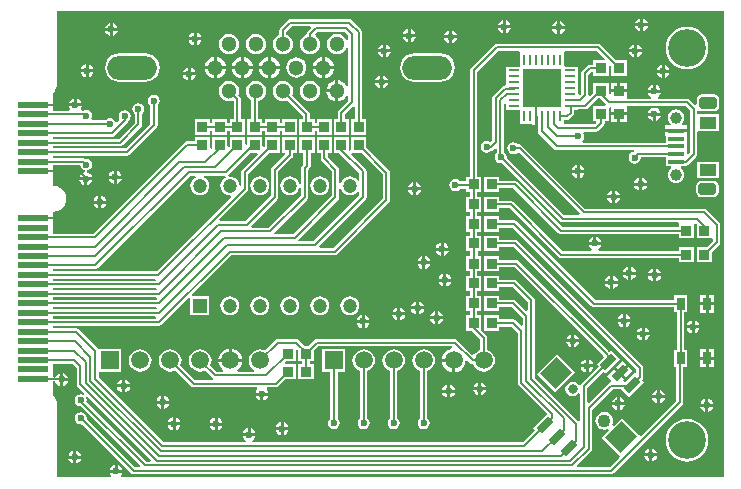
<source format=gtl>
G04 Layer_Physical_Order=1*
G04 Layer_Color=255*
%FSLAX25Y25*%
%MOIN*%
G70*
G01*
G75*
%ADD10R,0.03500X0.03500*%
%ADD11R,0.05512X0.03937*%
%ADD12R,0.05512X0.01575*%
%ADD13R,0.03500X0.03500*%
%ADD14R,0.00984X0.03543*%
%ADD15R,0.03543X0.00984*%
%ADD16R,0.12598X0.12598*%
%ADD17R,0.02559X0.04134*%
%ADD18R,0.10039X0.02362*%
G04:AMPARAMS|DCode=19|XSize=70.87mil|YSize=78.74mil|CornerRadius=0mil|HoleSize=0mil|Usage=FLASHONLY|Rotation=315.000|XOffset=0mil|YOffset=0mil|HoleType=Round|Shape=Rectangle|*
%AMROTATEDRECTD19*
4,1,4,-0.05289,-0.00278,0.00278,0.05289,0.05289,0.00278,-0.00278,-0.05289,-0.05289,-0.00278,0.0*
%
%ADD19ROTATEDRECTD19*%

G04:AMPARAMS|DCode=20|XSize=27.56mil|YSize=53.15mil|CornerRadius=0mil|HoleSize=0mil|Usage=FLASHONLY|Rotation=315.000|XOffset=0mil|YOffset=0mil|HoleType=Round|Shape=Rectangle|*
%AMROTATEDRECTD20*
4,1,4,-0.02854,-0.00905,0.00905,0.02854,0.02854,0.00905,-0.00905,-0.02854,-0.02854,-0.00905,0.0*
%
%ADD20ROTATEDRECTD20*%

%ADD21C,0.00800*%
%ADD22C,0.12598*%
G04:AMPARAMS|DCode=23|XSize=59.06mil|YSize=39.37mil|CornerRadius=9.84mil|HoleSize=0mil|Usage=FLASHONLY|Rotation=0.000|XOffset=0mil|YOffset=0mil|HoleType=Round|Shape=RoundedRectangle|*
%AMROUNDEDRECTD23*
21,1,0.05906,0.01969,0,0,0.0*
21,1,0.03937,0.03937,0,0,0.0*
1,1,0.01969,0.01969,-0.00984*
1,1,0.01969,-0.01969,-0.00984*
1,1,0.01969,-0.01969,0.00984*
1,1,0.01969,0.01969,0.00984*
%
%ADD23ROUNDEDRECTD23*%
%ADD24R,0.04724X0.04724*%
%ADD25C,0.04724*%
%ADD26C,0.04331*%
%ADD27C,0.03150*%
%ADD28C,0.05906*%
%ADD29R,0.05906X0.05906*%
%ADD30O,0.16535X0.07874*%
%ADD31C,0.05118*%
%ADD32C,0.03937*%
%ADD33C,0.02362*%
G36*
X109797Y102112D02*
Y94098D01*
X93202Y77503D01*
X88752D01*
X88503Y78103D01*
X104050Y93650D01*
X104311Y94040D01*
X104403Y94500D01*
Y103000D01*
X104311Y103460D01*
X104050Y103850D01*
X99185Y108716D01*
X99469Y109281D01*
X102629D01*
X109797Y102112D01*
D02*
G37*
G36*
X68155Y108726D02*
X62950Y103520D01*
X62689Y103130D01*
X62597Y102670D01*
Y98336D01*
X62559Y98312D01*
X61914Y98618D01*
X61861Y99020D01*
X61544Y99784D01*
X61041Y100441D01*
X60384Y100944D01*
X59620Y101261D01*
X58800Y101369D01*
X58468Y101325D01*
X58251Y101902D01*
X58397Y102000D01*
X65678Y109281D01*
X67926D01*
X68155Y108726D01*
D02*
G37*
G36*
X34376Y63570D02*
X34279Y63425D01*
X0D01*
Y64170D01*
X34055D01*
X34376Y63570D01*
D02*
G37*
G36*
X96056Y96616D02*
X96559Y95959D01*
X97216Y95456D01*
X97980Y95139D01*
X98800Y95031D01*
X99620Y95139D01*
X100384Y95456D01*
X101041Y95959D01*
X101397Y96424D01*
X101997Y96220D01*
Y94998D01*
X86702Y79703D01*
X81852D01*
X81603Y80303D01*
X94850Y93550D01*
X95111Y93940D01*
X95203Y94400D01*
Y97107D01*
X95803Y97227D01*
X96056Y96616D01*
D02*
G37*
G36*
X223450Y149535D02*
Y7874D01*
Y1050D01*
X22905D01*
X22621Y1650D01*
X22955Y2149D01*
X23024Y2500D01*
X18776D01*
X18845Y2149D01*
X19179Y1650D01*
X18895Y1050D01*
X1050D01*
Y7874D01*
Y25994D01*
X1046Y26013D01*
X1060Y26120D01*
X954Y26924D01*
X644Y27673D01*
X150Y28316D01*
X0Y28432D01*
Y33018D01*
X600Y33077D01*
X646Y32849D01*
X1127Y32127D01*
X1849Y31645D01*
X2200Y31576D01*
Y33700D01*
Y35824D01*
X1849Y35755D01*
X1127Y35272D01*
X646Y34551D01*
X600Y34323D01*
X0Y34382D01*
Y38973D01*
X6326D01*
X7797Y37502D01*
Y32012D01*
X7889Y31552D01*
X8150Y31161D01*
X10400Y28911D01*
X10018Y28445D01*
X9865Y28547D01*
X9100Y28699D01*
X8335Y28547D01*
X7687Y28113D01*
X7253Y27465D01*
X7101Y26700D01*
X7253Y25935D01*
X7687Y25286D01*
X8335Y24853D01*
X9100Y24701D01*
X9182Y24717D01*
X28942Y4957D01*
X28713Y4403D01*
X27298D01*
X11150Y20550D01*
X11061Y20610D01*
X11099Y20800D01*
X10947Y21565D01*
X10514Y22214D01*
X9865Y22647D01*
X9100Y22799D01*
X8335Y22647D01*
X7687Y22214D01*
X7253Y21565D01*
X7101Y20800D01*
X7253Y20035D01*
X7687Y19387D01*
X8335Y18953D01*
X9100Y18801D01*
X9349Y18850D01*
X9350Y18850D01*
X9651Y18648D01*
X25950Y2350D01*
X26340Y2089D01*
X26800Y1997D01*
X185900D01*
X186360Y2089D01*
X186750Y2350D01*
X209650Y25250D01*
X209911Y25640D01*
X210003Y26100D01*
Y37943D01*
X211101D01*
Y43636D01*
X210244D01*
Y56054D01*
X211101D01*
Y61747D01*
X206983D01*
Y60103D01*
X180698D01*
X154450Y86350D01*
X154060Y86611D01*
X153600Y86703D01*
X148629D01*
Y88029D01*
X143570D01*
Y82970D01*
X148629D01*
Y84297D01*
X153102D01*
X179350Y58050D01*
X179740Y57789D01*
X180200Y57697D01*
X206983D01*
Y56054D01*
X207839D01*
Y43636D01*
X206983D01*
Y37943D01*
X207597D01*
Y26598D01*
X195979Y14980D01*
X195175Y15024D01*
X189380Y20819D01*
X186796Y18235D01*
X186287Y18575D01*
X186512Y19117D01*
X186613Y19886D01*
X186512Y20654D01*
X186215Y21371D01*
X185743Y21986D01*
X185128Y22458D01*
X184411Y22755D01*
X183643Y22856D01*
X182874Y22755D01*
X182158Y22458D01*
X181542Y21986D01*
X181070Y21371D01*
X180773Y20654D01*
X180672Y19886D01*
X180773Y19117D01*
X181070Y18401D01*
X181542Y17785D01*
X182158Y17313D01*
X182874Y17017D01*
X183643Y16915D01*
X184411Y17017D01*
X184953Y17241D01*
X185293Y16732D01*
X182709Y14149D01*
X188504Y8354D01*
X188823Y8035D01*
X188548Y7549D01*
X185402Y4403D01*
X174750D01*
X174521Y4957D01*
X179250Y9687D01*
X179511Y10077D01*
X179603Y10537D01*
Y23602D01*
X186456Y30455D01*
X189285D01*
X191873Y27866D01*
X196734Y32727D01*
X196059Y33402D01*
X196250Y33593D01*
X196511Y33983D01*
X196603Y34444D01*
Y37500D01*
X196511Y37960D01*
X196250Y38350D01*
X154750Y79850D01*
X154360Y80111D01*
X153900Y80203D01*
X148629D01*
Y81529D01*
X143570D01*
Y76471D01*
X148629D01*
Y77797D01*
X153402D01*
X194197Y37002D01*
Y35991D01*
X193683Y35778D01*
X193683D01*
X190765Y32860D01*
X190185D01*
X189956Y33414D01*
X190217Y33676D01*
X188536Y35357D01*
X186854Y37039D01*
X184622Y34806D01*
X186014Y33414D01*
X185759Y32820D01*
X185497Y32768D01*
X185107Y32508D01*
X178557Y25958D01*
X178003Y26187D01*
Y30902D01*
X183420Y36319D01*
X184095Y35644D01*
X188956Y40505D01*
X185905Y43556D01*
X185275Y42926D01*
X155050Y73150D01*
X154660Y73411D01*
X154200Y73503D01*
X148629D01*
Y74830D01*
X143570D01*
Y69770D01*
X148629D01*
Y71097D01*
X153702D01*
X183574Y41225D01*
X181044Y38695D01*
X181719Y38020D01*
X175950Y32250D01*
X175689Y31860D01*
X175688Y31855D01*
X175051Y31728D01*
X174761Y32162D01*
X173982Y32682D01*
X173064Y32865D01*
X172145Y32682D01*
X171366Y32162D01*
X170846Y31383D01*
X170663Y30464D01*
X170846Y29546D01*
X171366Y28767D01*
X172145Y28247D01*
X173064Y28064D01*
X173982Y28247D01*
X174761Y28767D01*
X174997Y29120D01*
X175597Y28938D01*
Y19974D01*
X175220Y19794D01*
X174997Y19766D01*
X160503Y34261D01*
Y60000D01*
X160411Y60460D01*
X160150Y60850D01*
X154450Y66550D01*
X154060Y66811D01*
X153600Y66903D01*
X148629D01*
Y68230D01*
X143570D01*
Y63170D01*
X148629D01*
Y64497D01*
X153102D01*
X158097Y59502D01*
Y56687D01*
X157543Y56458D01*
X154050Y59950D01*
X153660Y60211D01*
X153200Y60303D01*
X148629D01*
Y61629D01*
X143570D01*
Y56571D01*
X148629D01*
Y57897D01*
X152702D01*
X156397Y54202D01*
Y51887D01*
X155843Y51658D01*
X154150Y53350D01*
X153760Y53611D01*
X153300Y53703D01*
X148629D01*
Y55029D01*
X143570D01*
Y49970D01*
X148629D01*
Y51297D01*
X152802D01*
X154797Y49302D01*
Y32537D01*
X154889Y32077D01*
X155150Y31687D01*
X164593Y22244D01*
X159972Y17623D01*
X160647Y16948D01*
X156402Y12703D01*
X66236D01*
X66153Y12948D01*
X66137Y13303D01*
X66773Y13727D01*
X67255Y14449D01*
X67324Y14800D01*
X63076D01*
X63146Y14449D01*
X63627Y13727D01*
X64263Y13303D01*
X64248Y12948D01*
X64164Y12703D01*
X36798D01*
X15103Y34398D01*
Y35707D01*
X15197Y36268D01*
X15703Y36268D01*
X22661D01*
Y43732D01*
X15608D01*
X15219Y43732D01*
X14850Y43982D01*
X14735Y44066D01*
X8326Y50475D01*
X7936Y50735D01*
X7476Y50827D01*
X0D01*
Y51571D01*
X35174D01*
X35634Y51663D01*
X36024Y51924D01*
X45058Y60957D01*
X45658Y60709D01*
Y55058D01*
X51942D01*
Y61342D01*
X46291D01*
X46042Y61942D01*
X59198Y75097D01*
X93700D01*
X94160Y75189D01*
X94550Y75450D01*
X111850Y92750D01*
X112111Y93140D01*
X112203Y93600D01*
Y102610D01*
X112111Y103070D01*
X111850Y103460D01*
X104330Y110981D01*
Y114339D01*
X99270D01*
Y110048D01*
X98671Y109713D01*
X98549Y109788D01*
Y114339D01*
X93490D01*
Y109281D01*
X95219D01*
X101997Y102502D01*
Y100180D01*
X101397Y99976D01*
X101041Y100441D01*
X100384Y100944D01*
X99620Y101261D01*
X98800Y101369D01*
X97980Y101261D01*
X97216Y100944D01*
X96559Y100441D01*
X96056Y99784D01*
X95803Y99173D01*
X95203Y99293D01*
Y103600D01*
X95111Y104060D01*
X94850Y104450D01*
X91463Y107838D01*
Y109281D01*
X92790D01*
Y114339D01*
X87730D01*
Y109281D01*
X89057D01*
Y107340D01*
X89149Y106880D01*
X89410Y106490D01*
X92797Y103102D01*
Y94898D01*
X79902Y82003D01*
X73752D01*
X73503Y82603D01*
X84550Y93650D01*
X84811Y94040D01*
X84903Y94500D01*
Y103502D01*
X85360Y103960D01*
X85621Y104350D01*
X85713Y104810D01*
Y109281D01*
X87040D01*
Y114339D01*
X81981D01*
Y109281D01*
X83307D01*
Y105308D01*
X82850Y104850D01*
X82589Y104460D01*
X82497Y104000D01*
Y98782D01*
X81897Y98743D01*
X81861Y99020D01*
X81544Y99784D01*
X81041Y100441D01*
X80384Y100944D01*
X79620Y101261D01*
X78800Y101369D01*
X77980Y101261D01*
X77216Y100944D01*
X76559Y100441D01*
X76056Y99784D01*
X75739Y99020D01*
X75631Y98200D01*
X75739Y97380D01*
X76056Y96616D01*
X76559Y95959D01*
X77216Y95456D01*
X77980Y95139D01*
X78800Y95031D01*
X79620Y95139D01*
X80384Y95456D01*
X81041Y95959D01*
X81544Y96616D01*
X81861Y97380D01*
X81897Y97657D01*
X82497Y97618D01*
Y94998D01*
X71702Y84203D01*
X66052D01*
X65803Y84803D01*
X74650Y93650D01*
X74911Y94040D01*
X75003Y94500D01*
Y103002D01*
X79600Y107600D01*
X79861Y107990D01*
X79953Y108450D01*
Y109281D01*
X81279D01*
Y114339D01*
X76221D01*
Y109281D01*
X77031D01*
X77280Y108680D01*
X72950Y104350D01*
X72689Y103960D01*
X72597Y103500D01*
Y94998D01*
X64002Y86403D01*
X55452D01*
X55203Y87003D01*
X64650Y96450D01*
X64911Y96840D01*
X65003Y97300D01*
Y102172D01*
X72111Y109281D01*
X75469D01*
Y114339D01*
X70411D01*
Y111292D01*
X70219Y111150D01*
X69620Y111451D01*
Y114339D01*
X64561D01*
Y111978D01*
X64439Y111897D01*
X63840Y112218D01*
Y114339D01*
X58780D01*
Y111338D01*
X58619Y111224D01*
X58020Y111535D01*
Y114339D01*
X52960D01*
Y110547D01*
X52820Y110451D01*
X52219Y110768D01*
Y114339D01*
X47161D01*
Y113013D01*
X44410D01*
X43950Y112921D01*
X43560Y112660D01*
X13222Y82323D01*
X0D01*
Y89066D01*
X27Y89647D01*
X1129Y89793D01*
X2156Y90218D01*
X3039Y90895D01*
X3715Y91777D01*
X4141Y92804D01*
X4286Y93907D01*
X4141Y95009D01*
X3715Y96036D01*
X3039Y96919D01*
X2156Y97596D01*
X2154Y97597D01*
X2139Y97608D01*
X1110Y98034D01*
X6Y98179D01*
X0Y98185D01*
Y105113D01*
X8938D01*
X9053Y104535D01*
X9487Y103886D01*
X10135Y103453D01*
X10512Y103378D01*
X10512Y102767D01*
X9949Y102655D01*
X9228Y102173D01*
X8745Y101451D01*
X8676Y101100D01*
X12924D01*
X12855Y101451D01*
X12372Y102173D01*
X11651Y102655D01*
X11188Y102747D01*
Y103358D01*
X11665Y103453D01*
X12314Y103886D01*
X12747Y104535D01*
X12899Y105300D01*
X12747Y106065D01*
X12314Y106713D01*
X11665Y107147D01*
X10900Y107299D01*
X10619Y107243D01*
X10344Y107427D01*
X9884Y107518D01*
X0D01*
Y108263D01*
X24565D01*
X25026Y108354D01*
X25416Y108615D01*
X34350Y117550D01*
X34611Y117940D01*
X34703Y118400D01*
Y125046D01*
X34914Y125187D01*
X35347Y125835D01*
X35499Y126600D01*
X35347Y127365D01*
X34914Y128014D01*
X34265Y128447D01*
X33500Y128599D01*
X32735Y128447D01*
X32087Y128014D01*
X31653Y127365D01*
X31501Y126600D01*
X31653Y125835D01*
X32087Y125187D01*
X32297Y125046D01*
Y118898D01*
X24067Y110668D01*
X0D01*
Y111412D01*
X22215D01*
X22675Y111504D01*
X23065Y111765D01*
X29150Y117850D01*
X29411Y118240D01*
X29503Y118700D01*
Y122246D01*
X29713Y122387D01*
X30147Y123035D01*
X30299Y123800D01*
X30147Y124565D01*
X29713Y125214D01*
X29065Y125647D01*
X28300Y125799D01*
X27535Y125647D01*
X26886Y125214D01*
X26453Y124565D01*
X26301Y123800D01*
X26453Y123035D01*
X26886Y122387D01*
X27097Y122246D01*
Y119198D01*
X21717Y113818D01*
X0D01*
Y114562D01*
X19365D01*
X19825Y114654D01*
X20215Y114914D01*
X24550Y119250D01*
X24811Y119640D01*
X24844Y119807D01*
X25113Y119986D01*
X25547Y120635D01*
X25699Y121400D01*
X25547Y122165D01*
X25113Y122813D01*
X24465Y123247D01*
X23700Y123399D01*
X22935Y123247D01*
X22287Y122813D01*
X21853Y122165D01*
X21701Y121400D01*
X21853Y120635D01*
X22126Y120227D01*
X21309Y119410D01*
X20658Y119608D01*
X20647Y119665D01*
X20213Y120314D01*
X19565Y120747D01*
X18800Y120899D01*
X18035Y120747D01*
X17387Y120314D01*
X17246Y120103D01*
X12979D01*
X12658Y120703D01*
X12747Y120835D01*
X12899Y121600D01*
X12747Y122365D01*
X12314Y123013D01*
X11665Y123447D01*
X10900Y123599D01*
X10135Y123447D01*
X9885Y123280D01*
X9283Y123367D01*
X9041Y123879D01*
X9355Y124349D01*
X9424Y124700D01*
X5176D01*
X5246Y124349D01*
X5568Y123866D01*
X5270Y123266D01*
X0D01*
Y129165D01*
X81Y129227D01*
X616Y129925D01*
X953Y130738D01*
X1022Y131259D01*
X1050Y131400D01*
Y156450D01*
X223450D01*
Y149535D01*
D02*
G37*
G36*
X34325Y66719D02*
X34229Y66575D01*
X0D01*
Y67319D01*
X34005D01*
X34325Y66719D01*
D02*
G37*
G36*
X34426Y60420D02*
X34330Y60276D01*
X0D01*
Y61020D01*
X34105D01*
X34426Y60420D01*
D02*
G37*
G36*
X57464Y101047D02*
X57216Y100944D01*
X56559Y100441D01*
X56056Y99784D01*
X55739Y99020D01*
X55631Y98200D01*
X55739Y97380D01*
X56056Y96616D01*
X56559Y95959D01*
X57216Y95456D01*
X57980Y95139D01*
X58800Y95031D01*
X59009Y95059D01*
X59290Y94490D01*
X34524Y69725D01*
X0D01*
Y70469D01*
X13872D01*
X14332Y70560D01*
X14722Y70821D01*
X45548Y101647D01*
X47345D01*
X47464Y101047D01*
X47216Y100944D01*
X46559Y100441D01*
X46056Y99784D01*
X45739Y99020D01*
X45631Y98200D01*
X45739Y97380D01*
X46056Y96616D01*
X46559Y95959D01*
X47216Y95456D01*
X47980Y95139D01*
X48800Y95031D01*
X49620Y95139D01*
X50384Y95456D01*
X51041Y95959D01*
X51544Y96616D01*
X51861Y97380D01*
X51969Y98200D01*
X51861Y99020D01*
X51544Y99784D01*
X51041Y100441D01*
X50384Y100944D01*
X50136Y101047D01*
X50255Y101647D01*
X57345D01*
X57464Y101047D01*
D02*
G37*
G36*
X34327Y54121D02*
X34231Y53977D01*
X0D01*
Y54721D01*
X34006D01*
X34327Y54121D01*
D02*
G37*
G36*
X34376Y57271D02*
X34280Y57126D01*
X0D01*
Y57871D01*
X34056D01*
X34376Y57271D01*
D02*
G37*
G36*
X32554Y6757D02*
X32324Y6203D01*
X31098D01*
X11016Y26284D01*
X11099Y26700D01*
X10947Y27465D01*
X10845Y27617D01*
X11311Y28000D01*
X32554Y6757D01*
D02*
G37*
%LPC*%
G36*
X212700Y53324D02*
X212349Y53254D01*
X211628Y52772D01*
X211145Y52051D01*
X211076Y51700D01*
X212700D01*
Y53324D01*
D02*
G37*
G36*
X189700Y52800D02*
X188076D01*
X188145Y52449D01*
X188628Y51727D01*
X189349Y51245D01*
X189700Y51176D01*
Y52800D01*
D02*
G37*
G36*
X192324D02*
X190700D01*
Y51176D01*
X191051Y51245D01*
X191772Y51727D01*
X192254Y52449D01*
X192324Y52800D01*
D02*
G37*
G36*
X105324Y52500D02*
X103700D01*
Y50876D01*
X104051Y50945D01*
X104772Y51428D01*
X105254Y52149D01*
X105324Y52500D01*
D02*
G37*
G36*
X213700Y53324D02*
Y51700D01*
X215324D01*
X215255Y52051D01*
X214773Y52772D01*
X214051Y53254D01*
X213700Y53324D01*
D02*
G37*
G36*
X103700Y55124D02*
Y53500D01*
X105324D01*
X105254Y53851D01*
X104772Y54572D01*
X104051Y55054D01*
X103700Y55124D01*
D02*
G37*
G36*
X102700D02*
X102349Y55054D01*
X101628Y54572D01*
X101146Y53851D01*
X101076Y53500D01*
X102700D01*
Y55124D01*
D02*
G37*
G36*
X190700Y55424D02*
Y53800D01*
X192324D01*
X192254Y54151D01*
X191772Y54873D01*
X191051Y55354D01*
X190700Y55424D01*
D02*
G37*
G36*
X189700D02*
X189349Y55354D01*
X188628Y54873D01*
X188145Y54151D01*
X188076Y53800D01*
X189700D01*
Y55424D01*
D02*
G37*
G36*
X129824Y53800D02*
X128200D01*
Y52176D01*
X128551Y52245D01*
X129272Y52728D01*
X129754Y53449D01*
X129824Y53800D01*
D02*
G37*
G36*
X127200D02*
X125576D01*
X125645Y53449D01*
X126128Y52728D01*
X126849Y52245D01*
X127200Y52176D01*
Y53800D01*
D02*
G37*
G36*
X117224Y55000D02*
X115600D01*
Y53376D01*
X115951Y53446D01*
X116673Y53927D01*
X117155Y54649D01*
X117224Y55000D01*
D02*
G37*
G36*
X114600D02*
X112976D01*
X113046Y54649D01*
X113528Y53927D01*
X114249Y53446D01*
X114600Y53376D01*
Y55000D01*
D02*
G37*
G36*
X220180Y43857D02*
X218400D01*
Y41290D01*
X220180D01*
Y43857D01*
D02*
G37*
G36*
X217400D02*
X215620D01*
Y41290D01*
X217400D01*
Y43857D01*
D02*
G37*
G36*
X175224Y46100D02*
X173600D01*
Y44476D01*
X173951Y44545D01*
X174672Y45028D01*
X175154Y45749D01*
X175224Y46100D01*
D02*
G37*
G36*
X172600D02*
X170976D01*
X171045Y45749D01*
X171528Y45028D01*
X172249Y44545D01*
X172600Y44476D01*
Y46100D01*
D02*
G37*
G36*
X178400Y40324D02*
Y38700D01*
X180024D01*
X179955Y39051D01*
X179472Y39772D01*
X178751Y40255D01*
X178400Y40324D01*
D02*
G37*
G36*
X177400D02*
X177049Y40255D01*
X176328Y39772D01*
X175846Y39051D01*
X175776Y38700D01*
X177400D01*
Y40324D01*
D02*
G37*
G36*
X59429Y43921D02*
Y40500D01*
X62850D01*
X62780Y41032D01*
X62382Y41993D01*
X61748Y42819D01*
X60923Y43453D01*
X59961Y43851D01*
X59429Y43921D01*
D02*
G37*
G36*
X58429D02*
X57897Y43851D01*
X56936Y43453D01*
X56110Y42819D01*
X55476Y41993D01*
X55078Y41032D01*
X55008Y40500D01*
X58429D01*
Y43921D01*
D02*
G37*
G36*
X196100Y48400D02*
X194476D01*
X194545Y48049D01*
X195027Y47328D01*
X195749Y46845D01*
X196100Y46776D01*
Y48400D01*
D02*
G37*
G36*
Y51024D02*
X195749Y50955D01*
X195027Y50472D01*
X194545Y49751D01*
X194476Y49400D01*
X196100D01*
Y51024D01*
D02*
G37*
G36*
X215324Y50700D02*
X213700D01*
Y49076D01*
X214051Y49145D01*
X214773Y49628D01*
X215255Y50349D01*
X215324Y50700D01*
D02*
G37*
G36*
X102700Y52500D02*
X101076D01*
X101146Y52149D01*
X101628Y51428D01*
X102349Y50945D01*
X102700Y50876D01*
Y52500D01*
D02*
G37*
G36*
X197100Y51024D02*
Y49400D01*
X198724D01*
X198654Y49751D01*
X198172Y50472D01*
X197451Y50955D01*
X197100Y51024D01*
D02*
G37*
G36*
X172600Y48724D02*
X172249Y48655D01*
X171528Y48173D01*
X171045Y47451D01*
X170976Y47100D01*
X172600D01*
Y48724D01*
D02*
G37*
G36*
X198724Y48400D02*
X197100D01*
Y46776D01*
X197451Y46845D01*
X198172Y47328D01*
X198654Y48049D01*
X198724Y48400D01*
D02*
G37*
G36*
X212700Y50700D02*
X211076D01*
X211145Y50349D01*
X211628Y49628D01*
X212349Y49145D01*
X212700Y49076D01*
Y50700D01*
D02*
G37*
G36*
X173600Y48724D02*
Y47100D01*
X175224D01*
X175154Y47451D01*
X174672Y48173D01*
X173951Y48655D01*
X173600Y48724D01*
D02*
G37*
G36*
X132624Y66300D02*
X131000D01*
Y64676D01*
X131351Y64745D01*
X132072Y65228D01*
X132554Y65949D01*
X132624Y66300D01*
D02*
G37*
G36*
X199900Y68000D02*
X198276D01*
X198345Y67649D01*
X198828Y66927D01*
X199549Y66445D01*
X199900Y66376D01*
Y68000D01*
D02*
G37*
G36*
X202524D02*
X200900D01*
Y66376D01*
X201251Y66445D01*
X201973Y66927D01*
X202454Y67649D01*
X202524Y68000D01*
D02*
G37*
G36*
X130000Y66300D02*
X128376D01*
X128445Y65949D01*
X128928Y65228D01*
X129649Y64745D01*
X130000Y64676D01*
Y66300D01*
D02*
G37*
G36*
X220180Y61967D02*
X218400D01*
Y59400D01*
X220180D01*
Y61967D01*
D02*
G37*
G36*
X185500Y65600D02*
X183876D01*
X183946Y65249D01*
X184427Y64527D01*
X185149Y64046D01*
X185500Y63976D01*
Y65600D01*
D02*
G37*
G36*
X188124D02*
X186500D01*
Y63976D01*
X186851Y64046D01*
X187573Y64527D01*
X188055Y65249D01*
X188124Y65600D01*
D02*
G37*
G36*
X185500Y68224D02*
X185149Y68155D01*
X184427Y67672D01*
X183946Y66951D01*
X183876Y66600D01*
X185500D01*
Y68224D01*
D02*
G37*
G36*
X131000Y68924D02*
Y67300D01*
X132624D01*
X132554Y67651D01*
X132072Y68372D01*
X131351Y68854D01*
X131000Y68924D01*
D02*
G37*
G36*
X199900Y70624D02*
X199549Y70555D01*
X198828Y70073D01*
X198345Y69351D01*
X198276Y69000D01*
X199900D01*
Y70624D01*
D02*
G37*
G36*
X200900D02*
Y69000D01*
X202524D01*
X202454Y69351D01*
X201973Y70073D01*
X201251Y70555D01*
X200900Y70624D01*
D02*
G37*
G36*
X130000Y68924D02*
X129649Y68854D01*
X128928Y68372D01*
X128445Y67651D01*
X128376Y67300D01*
X130000D01*
Y68924D01*
D02*
G37*
G36*
X186500Y68224D02*
Y66600D01*
X188124D01*
X188055Y66951D01*
X187573Y67672D01*
X186851Y68155D01*
X186500Y68224D01*
D02*
G37*
G36*
X191500Y68600D02*
X189876D01*
X189945Y68249D01*
X190427Y67528D01*
X191149Y67045D01*
X191500Y66976D01*
Y68600D01*
D02*
G37*
G36*
X194124D02*
X192500D01*
Y66976D01*
X192851Y67045D01*
X193572Y67528D01*
X194054Y68249D01*
X194124Y68600D01*
D02*
G37*
G36*
X217400Y61967D02*
X215620D01*
Y59400D01*
X217400D01*
Y61967D01*
D02*
G37*
G36*
X78800Y61369D02*
X77980Y61261D01*
X77216Y60944D01*
X76559Y60441D01*
X76056Y59784D01*
X75739Y59020D01*
X75631Y58200D01*
X75739Y57380D01*
X76056Y56616D01*
X76559Y55959D01*
X77216Y55456D01*
X77980Y55139D01*
X78800Y55031D01*
X79620Y55139D01*
X80384Y55456D01*
X81041Y55959D01*
X81544Y56616D01*
X81861Y57380D01*
X81969Y58200D01*
X81861Y59020D01*
X81544Y59784D01*
X81041Y60441D01*
X80384Y60944D01*
X79620Y61261D01*
X78800Y61369D01*
D02*
G37*
G36*
X88800D02*
X87980Y61261D01*
X87216Y60944D01*
X86559Y60441D01*
X86056Y59784D01*
X85739Y59020D01*
X85631Y58200D01*
X85739Y57380D01*
X86056Y56616D01*
X86559Y55959D01*
X87216Y55456D01*
X87980Y55139D01*
X88800Y55031D01*
X89620Y55139D01*
X90384Y55456D01*
X91041Y55959D01*
X91544Y56616D01*
X91861Y57380D01*
X91969Y58200D01*
X91861Y59020D01*
X91544Y59784D01*
X91041Y60441D01*
X90384Y60944D01*
X89620Y61261D01*
X88800Y61369D01*
D02*
G37*
G36*
X98800D02*
X97980Y61261D01*
X97216Y60944D01*
X96559Y60441D01*
X96056Y59784D01*
X95739Y59020D01*
X95631Y58200D01*
X95739Y57380D01*
X96056Y56616D01*
X96559Y55959D01*
X97216Y55456D01*
X97980Y55139D01*
X98800Y55031D01*
X99620Y55139D01*
X100384Y55456D01*
X101041Y55959D01*
X101544Y56616D01*
X101861Y57380D01*
X101969Y58200D01*
X101861Y59020D01*
X101544Y59784D01*
X101041Y60441D01*
X100384Y60944D01*
X99620Y61261D01*
X98800Y61369D01*
D02*
G37*
G36*
X68800D02*
X67980Y61261D01*
X67216Y60944D01*
X66559Y60441D01*
X66056Y59784D01*
X65739Y59020D01*
X65631Y58200D01*
X65739Y57380D01*
X66056Y56616D01*
X66559Y55959D01*
X67216Y55456D01*
X67980Y55139D01*
X68800Y55031D01*
X69620Y55139D01*
X70384Y55456D01*
X71041Y55959D01*
X71544Y56616D01*
X71861Y57380D01*
X71969Y58200D01*
X71861Y59020D01*
X71544Y59784D01*
X71041Y60441D01*
X70384Y60944D01*
X69620Y61261D01*
X68800Y61369D01*
D02*
G37*
G36*
X127200Y56424D02*
X126849Y56354D01*
X126128Y55872D01*
X125645Y55151D01*
X125576Y54800D01*
X127200D01*
Y56424D01*
D02*
G37*
G36*
X128200D02*
Y54800D01*
X129824D01*
X129754Y55151D01*
X129272Y55872D01*
X128551Y56354D01*
X128200Y56424D01*
D02*
G37*
G36*
X58800Y61369D02*
X57980Y61261D01*
X57216Y60944D01*
X56559Y60441D01*
X56056Y59784D01*
X55739Y59020D01*
X55631Y58200D01*
X55739Y57380D01*
X56056Y56616D01*
X56559Y55959D01*
X57216Y55456D01*
X57980Y55139D01*
X58800Y55031D01*
X59620Y55139D01*
X60384Y55456D01*
X61041Y55959D01*
X61544Y56616D01*
X61861Y57380D01*
X61969Y58200D01*
X61861Y59020D01*
X61544Y59784D01*
X61041Y60441D01*
X60384Y60944D01*
X59620Y61261D01*
X58800Y61369D01*
D02*
G37*
G36*
X120900Y57000D02*
X119276D01*
X119345Y56649D01*
X119827Y55927D01*
X120549Y55445D01*
X120900Y55376D01*
Y57000D01*
D02*
G37*
G36*
X115600Y57624D02*
Y56000D01*
X117224D01*
X117155Y56351D01*
X116673Y57073D01*
X115951Y57555D01*
X115600Y57624D01*
D02*
G37*
G36*
X120900Y59624D02*
X120549Y59554D01*
X119827Y59073D01*
X119345Y58351D01*
X119276Y58000D01*
X120900D01*
Y59624D01*
D02*
G37*
G36*
X121900D02*
Y58000D01*
X123524D01*
X123454Y58351D01*
X122973Y59073D01*
X122251Y59554D01*
X121900Y59624D01*
D02*
G37*
G36*
X114600Y57624D02*
X114249Y57555D01*
X113528Y57073D01*
X113046Y56351D01*
X112976Y56000D01*
X114600D01*
Y57624D01*
D02*
G37*
G36*
X123524Y57000D02*
X121900D01*
Y55376D01*
X122251Y55445D01*
X122973Y55927D01*
X123454Y56649D01*
X123524Y57000D01*
D02*
G37*
G36*
X217400Y58400D02*
X215620D01*
Y55833D01*
X217400D01*
Y58400D01*
D02*
G37*
G36*
X220180D02*
X218400D01*
Y55833D01*
X220180D01*
Y58400D01*
D02*
G37*
G36*
X75700Y19424D02*
X75349Y19355D01*
X74628Y18872D01*
X74146Y18151D01*
X74076Y17800D01*
X75700D01*
Y19424D01*
D02*
G37*
G36*
X123400Y43764D02*
X122426Y43636D01*
X121518Y43260D01*
X120738Y42662D01*
X120140Y41882D01*
X119764Y40974D01*
X119635Y40000D01*
X119764Y39026D01*
X120140Y38118D01*
X120738Y37338D01*
X121518Y36740D01*
X122197Y36458D01*
Y20654D01*
X121986Y20514D01*
X121553Y19865D01*
X121401Y19100D01*
X121553Y18335D01*
X121986Y17686D01*
X122635Y17253D01*
X123400Y17101D01*
X124165Y17253D01*
X124813Y17686D01*
X125247Y18335D01*
X125399Y19100D01*
X125247Y19865D01*
X124813Y20514D01*
X124603Y20654D01*
Y36458D01*
X125282Y36740D01*
X126062Y37338D01*
X126660Y38118D01*
X127036Y39026D01*
X127164Y40000D01*
X127036Y40974D01*
X126660Y41882D01*
X126062Y42662D01*
X125282Y43260D01*
X124374Y43636D01*
X123400Y43764D01*
D02*
G37*
G36*
X53700Y20924D02*
X53349Y20855D01*
X52627Y20372D01*
X52145Y19651D01*
X52076Y19300D01*
X53700D01*
Y20924D01*
D02*
G37*
G36*
X76700Y19424D02*
Y17800D01*
X78324D01*
X78254Y18151D01*
X77772Y18872D01*
X77051Y19355D01*
X76700Y19424D01*
D02*
G37*
G36*
X97132Y43732D02*
X89668D01*
Y36268D01*
X92297D01*
Y20654D01*
X92086Y20514D01*
X91653Y19865D01*
X91501Y19100D01*
X91653Y18335D01*
X92086Y17686D01*
X92735Y17253D01*
X93500Y17101D01*
X94265Y17253D01*
X94914Y17686D01*
X95347Y18335D01*
X95499Y19100D01*
X95347Y19865D01*
X94914Y20514D01*
X94703Y20654D01*
Y36268D01*
X97132D01*
Y43732D01*
D02*
G37*
G36*
X42324Y18400D02*
X40700D01*
Y16776D01*
X41051Y16845D01*
X41772Y17327D01*
X42255Y18049D01*
X42324Y18400D01*
D02*
G37*
G36*
X113400Y43764D02*
X112426Y43636D01*
X111518Y43260D01*
X110738Y42662D01*
X110140Y41882D01*
X109764Y40974D01*
X109635Y40000D01*
X109764Y39026D01*
X110140Y38118D01*
X110738Y37338D01*
X111518Y36740D01*
X112197Y36458D01*
Y20654D01*
X111986Y20514D01*
X111553Y19865D01*
X111401Y19100D01*
X111553Y18335D01*
X111986Y17686D01*
X112635Y17253D01*
X113400Y17101D01*
X114165Y17253D01*
X114813Y17686D01*
X115247Y18335D01*
X115399Y19100D01*
X115247Y19865D01*
X114813Y20514D01*
X114603Y20654D01*
Y36458D01*
X115282Y36740D01*
X116062Y37338D01*
X116660Y38118D01*
X117036Y39026D01*
X117165Y40000D01*
X117036Y40974D01*
X116660Y41882D01*
X116062Y42662D01*
X115282Y43260D01*
X114374Y43636D01*
X113400Y43764D01*
D02*
G37*
G36*
X103400D02*
X102426Y43636D01*
X101518Y43260D01*
X100738Y42662D01*
X100140Y41882D01*
X99764Y40974D01*
X99635Y40000D01*
X99764Y39026D01*
X100140Y38118D01*
X100738Y37338D01*
X101518Y36740D01*
X102197Y36458D01*
Y20654D01*
X101987Y20514D01*
X101553Y19865D01*
X101401Y19100D01*
X101553Y18335D01*
X101987Y17686D01*
X102635Y17253D01*
X103400Y17101D01*
X104165Y17253D01*
X104814Y17686D01*
X105247Y18335D01*
X105399Y19100D01*
X105247Y19865D01*
X104814Y20514D01*
X104603Y20654D01*
Y36458D01*
X105282Y36740D01*
X106062Y37338D01*
X106660Y38118D01*
X107036Y39026D01*
X107165Y40000D01*
X107036Y40974D01*
X106660Y41882D01*
X106062Y42662D01*
X105282Y43260D01*
X104374Y43636D01*
X103400Y43764D01*
D02*
G37*
G36*
X54700Y20924D02*
Y19300D01*
X56324D01*
X56255Y19651D01*
X55773Y20372D01*
X55051Y20855D01*
X54700Y20924D01*
D02*
G37*
G36*
X190424Y25200D02*
X188800D01*
Y23576D01*
X189151Y23645D01*
X189873Y24127D01*
X190355Y24849D01*
X190424Y25200D01*
D02*
G37*
G36*
X187800D02*
X186176D01*
X186246Y24849D01*
X186727Y24127D01*
X187449Y23645D01*
X187800Y23576D01*
Y25200D01*
D02*
G37*
G36*
X38624Y25600D02*
X37000D01*
Y23976D01*
X37351Y24045D01*
X38072Y24528D01*
X38555Y25249D01*
X38624Y25600D01*
D02*
G37*
G36*
X36000D02*
X34376D01*
X34445Y25249D01*
X34927Y24528D01*
X35649Y24045D01*
X36000Y23976D01*
Y25600D01*
D02*
G37*
G36*
X40700Y21024D02*
Y19400D01*
X42324D01*
X42255Y19751D01*
X41772Y20472D01*
X41051Y20955D01*
X40700Y21024D01*
D02*
G37*
G36*
X39700D02*
X39349Y20955D01*
X38627Y20472D01*
X38145Y19751D01*
X38076Y19400D01*
X39700D01*
Y21024D01*
D02*
G37*
G36*
X219924Y24600D02*
X218300D01*
Y22976D01*
X218651Y23045D01*
X219373Y23528D01*
X219855Y24249D01*
X219924Y24600D01*
D02*
G37*
G36*
X217300D02*
X215676D01*
X215745Y24249D01*
X216228Y23528D01*
X216949Y23045D01*
X217300Y22976D01*
Y24600D01*
D02*
G37*
G36*
X39700Y18400D02*
X38076D01*
X38145Y18049D01*
X38627Y17327D01*
X39349Y16845D01*
X39700Y16776D01*
Y18400D01*
D02*
G37*
G36*
X198600Y8000D02*
X196976D01*
X197046Y7649D01*
X197528Y6927D01*
X198249Y6445D01*
X198600Y6376D01*
Y8000D01*
D02*
G37*
G36*
X211200Y20513D02*
X209812Y20376D01*
X208478Y19972D01*
X207248Y19314D01*
X206170Y18430D01*
X205286Y17352D01*
X204628Y16122D01*
X204224Y14788D01*
X204087Y13400D01*
X204224Y12012D01*
X204628Y10678D01*
X205286Y9448D01*
X206170Y8370D01*
X207248Y7486D01*
X208478Y6828D01*
X209812Y6424D01*
X211200Y6287D01*
X212588Y6424D01*
X213922Y6828D01*
X215152Y7486D01*
X216230Y8370D01*
X217114Y9448D01*
X217772Y10678D01*
X218176Y12012D01*
X218313Y13400D01*
X218176Y14788D01*
X217772Y16122D01*
X217114Y17352D01*
X216230Y18430D01*
X215152Y19314D01*
X213922Y19972D01*
X212588Y20376D01*
X211200Y20513D01*
D02*
G37*
G36*
X6600Y9924D02*
X6249Y9855D01*
X5528Y9373D01*
X5046Y8651D01*
X4976Y8300D01*
X6600D01*
Y9924D01*
D02*
G37*
G36*
X201224Y8000D02*
X199600D01*
Y6376D01*
X199951Y6445D01*
X200673Y6927D01*
X201154Y7649D01*
X201224Y8000D01*
D02*
G37*
G36*
X21400Y5124D02*
Y3500D01*
X23024D01*
X22955Y3851D01*
X22472Y4572D01*
X21751Y5054D01*
X21400Y5124D01*
D02*
G37*
G36*
X20400D02*
X20049Y5054D01*
X19328Y4572D01*
X18845Y3851D01*
X18776Y3500D01*
X20400D01*
Y5124D01*
D02*
G37*
G36*
X9224Y7300D02*
X7600D01*
Y5676D01*
X7951Y5745D01*
X8672Y6227D01*
X9155Y6949D01*
X9224Y7300D01*
D02*
G37*
G36*
X6600D02*
X4976D01*
X5046Y6949D01*
X5528Y6227D01*
X6249Y5745D01*
X6600Y5676D01*
Y7300D01*
D02*
G37*
G36*
X7600Y9924D02*
Y8300D01*
X9224D01*
X9155Y8651D01*
X8672Y9373D01*
X7951Y9855D01*
X7600Y9924D01*
D02*
G37*
G36*
X65700Y17424D02*
Y15800D01*
X67324D01*
X67255Y16151D01*
X66773Y16872D01*
X66051Y17355D01*
X65700Y17424D01*
D02*
G37*
G36*
X64700D02*
X64349Y17355D01*
X63627Y16872D01*
X63146Y16151D01*
X63076Y15800D01*
X64700D01*
Y17424D01*
D02*
G37*
G36*
X56324Y18300D02*
X54700D01*
Y16676D01*
X55051Y16745D01*
X55773Y17228D01*
X56255Y17949D01*
X56324Y18300D01*
D02*
G37*
G36*
X53700D02*
X52076D01*
X52145Y17949D01*
X52627Y17228D01*
X53349Y16745D01*
X53700Y16676D01*
Y18300D01*
D02*
G37*
G36*
X199600Y10624D02*
Y9000D01*
X201224D01*
X201154Y9351D01*
X200673Y10073D01*
X199951Y10555D01*
X199600Y10624D01*
D02*
G37*
G36*
X198600D02*
X198249Y10555D01*
X197528Y10073D01*
X197046Y9351D01*
X196976Y9000D01*
X198600D01*
Y10624D01*
D02*
G37*
G36*
X78324Y16800D02*
X76700D01*
Y15176D01*
X77051Y15245D01*
X77772Y15728D01*
X78254Y16449D01*
X78324Y16800D01*
D02*
G37*
G36*
X75700D02*
X74076D01*
X74146Y16449D01*
X74628Y15728D01*
X75349Y15245D01*
X75700Y15176D01*
Y16800D01*
D02*
G37*
G36*
X4824Y33200D02*
X3200D01*
Y31576D01*
X3551Y31645D01*
X4273Y32127D01*
X4755Y32849D01*
X4824Y33200D01*
D02*
G37*
G36*
X142600Y32724D02*
Y31100D01*
X144224D01*
X144155Y31451D01*
X143673Y32173D01*
X142951Y32655D01*
X142600Y32724D01*
D02*
G37*
G36*
X23900Y33624D02*
Y32000D01*
X25524D01*
X25455Y32351D01*
X24972Y33073D01*
X24251Y33555D01*
X23900Y33624D01*
D02*
G37*
G36*
X22900D02*
X22549Y33555D01*
X21827Y33073D01*
X21345Y32351D01*
X21276Y32000D01*
X22900D01*
Y33624D01*
D02*
G37*
G36*
X131200Y31924D02*
X130849Y31855D01*
X130128Y31372D01*
X129646Y30651D01*
X129576Y30300D01*
X131200D01*
Y31924D01*
D02*
G37*
G36*
X167884Y42315D02*
X161213Y35645D01*
X167327Y29531D01*
X173997Y36201D01*
X167884Y42315D01*
D02*
G37*
G36*
X141600Y32724D02*
X141249Y32655D01*
X140527Y32173D01*
X140045Y31451D01*
X139976Y31100D01*
X141600D01*
Y32724D01*
D02*
G37*
G36*
X132200Y31924D02*
Y30300D01*
X133824D01*
X133755Y30651D01*
X133273Y31372D01*
X132551Y31855D01*
X132200Y31924D01*
D02*
G37*
G36*
X3200Y35824D02*
Y34200D01*
X4824D01*
X4755Y34551D01*
X4273Y35272D01*
X3551Y35755D01*
X3200Y35824D01*
D02*
G37*
G36*
X189794Y39979D02*
X187561Y37746D01*
X188889Y36418D01*
X191122Y38651D01*
X189794Y39979D01*
D02*
G37*
G36*
X28929Y43764D02*
X27955Y43636D01*
X27047Y43260D01*
X26267Y42662D01*
X25669Y41882D01*
X25293Y40974D01*
X25165Y40000D01*
X25293Y39026D01*
X25669Y38118D01*
X26267Y37338D01*
X27047Y36740D01*
X27955Y36364D01*
X28929Y36235D01*
X29904Y36364D01*
X30811Y36740D01*
X31591Y37338D01*
X32189Y38118D01*
X32565Y39026D01*
X32694Y40000D01*
X32565Y40974D01*
X32189Y41882D01*
X31591Y42662D01*
X30811Y43260D01*
X29904Y43636D01*
X28929Y43764D01*
D02*
G37*
G36*
X220180Y40290D02*
X218400D01*
Y37723D01*
X220180D01*
Y40290D01*
D02*
G37*
G36*
X217400D02*
X215620D01*
Y37723D01*
X217400D01*
Y40290D01*
D02*
G37*
G36*
X177400Y37700D02*
X175776D01*
X175846Y37349D01*
X176328Y36628D01*
X177049Y36145D01*
X177400Y36076D01*
Y37700D01*
D02*
G37*
G36*
X191829Y37944D02*
X189596Y35711D01*
X190924Y34383D01*
X193157Y36616D01*
X191829Y37944D01*
D02*
G37*
G36*
X132900Y39500D02*
X129479D01*
X129549Y38968D01*
X129947Y38007D01*
X130581Y37181D01*
X131407Y36547D01*
X132368Y36149D01*
X132900Y36079D01*
Y39500D01*
D02*
G37*
G36*
X180024Y37700D02*
X178400D01*
Y36076D01*
X178751Y36145D01*
X179472Y36628D01*
X179955Y37349D01*
X180024Y37700D01*
D02*
G37*
G36*
X25524Y31000D02*
X23900D01*
Y29376D01*
X24251Y29445D01*
X24972Y29928D01*
X25455Y30649D01*
X25524Y31000D01*
D02*
G37*
G36*
X188800Y27824D02*
Y26200D01*
X190424D01*
X190355Y26551D01*
X189873Y27272D01*
X189151Y27755D01*
X188800Y27824D01*
D02*
G37*
G36*
X187800D02*
X187449Y27755D01*
X186727Y27272D01*
X186246Y26551D01*
X186176Y26200D01*
X187800D01*
Y27824D01*
D02*
G37*
G36*
X37000Y28224D02*
Y26600D01*
X38624D01*
X38555Y26951D01*
X38072Y27672D01*
X37351Y28155D01*
X37000Y28224D01*
D02*
G37*
G36*
X36000D02*
X35649Y28155D01*
X34927Y27672D01*
X34445Y26951D01*
X34376Y26600D01*
X36000D01*
Y28224D01*
D02*
G37*
G36*
X218300Y27224D02*
Y25600D01*
X219924D01*
X219855Y25951D01*
X219373Y26673D01*
X218651Y27155D01*
X218300Y27224D01*
D02*
G37*
G36*
X217300D02*
X216949Y27155D01*
X216228Y26673D01*
X215745Y25951D01*
X215676Y25600D01*
X217300D01*
Y27224D01*
D02*
G37*
G36*
X203824Y27500D02*
X202200D01*
Y25876D01*
X202551Y25945D01*
X203273Y26428D01*
X203754Y27149D01*
X203824Y27500D01*
D02*
G37*
G36*
X201200D02*
X199576D01*
X199645Y27149D01*
X200128Y26428D01*
X200849Y25945D01*
X201200Y25876D01*
Y27500D01*
D02*
G37*
G36*
X69000Y28300D02*
X67376D01*
X67445Y27949D01*
X67927Y27228D01*
X68649Y26745D01*
X69000Y26676D01*
Y28300D01*
D02*
G37*
G36*
X201200Y30124D02*
X200849Y30055D01*
X200128Y29572D01*
X199645Y28851D01*
X199576Y28500D01*
X201200D01*
Y30124D01*
D02*
G37*
G36*
X144224Y30100D02*
X142600D01*
Y28476D01*
X142951Y28545D01*
X143673Y29028D01*
X144155Y29749D01*
X144224Y30100D01*
D02*
G37*
G36*
X22900Y31000D02*
X21276D01*
X21345Y30649D01*
X21827Y29928D01*
X22549Y29445D01*
X22900Y29376D01*
Y31000D01*
D02*
G37*
G36*
X202200Y30124D02*
Y28500D01*
X203824D01*
X203754Y28851D01*
X203273Y29572D01*
X202551Y30055D01*
X202200Y30124D01*
D02*
G37*
G36*
X131200Y29300D02*
X129576D01*
X129646Y28949D01*
X130128Y28227D01*
X130849Y27745D01*
X131200Y27676D01*
Y29300D01*
D02*
G37*
G36*
X71624Y28300D02*
X70000D01*
Y26676D01*
X70351Y26745D01*
X71073Y27228D01*
X71554Y27949D01*
X71624Y28300D01*
D02*
G37*
G36*
X141600Y30100D02*
X139976D01*
X140045Y29749D01*
X140527Y29028D01*
X141249Y28545D01*
X141600Y28476D01*
Y30100D01*
D02*
G37*
G36*
X133824Y29300D02*
X132200D01*
Y27676D01*
X132551Y27745D01*
X133273Y28227D01*
X133755Y28949D01*
X133824Y29300D01*
D02*
G37*
G36*
X191500Y71224D02*
X191149Y71154D01*
X190427Y70673D01*
X189945Y69951D01*
X189876Y69600D01*
X191500D01*
Y71224D01*
D02*
G37*
G36*
X53442Y141181D02*
X53013Y141125D01*
X52147Y140766D01*
X51403Y140196D01*
X50833Y139452D01*
X50474Y138586D01*
X50418Y138157D01*
X53442D01*
Y141181D01*
D02*
G37*
G36*
X11700Y138724D02*
Y137100D01*
X13324D01*
X13255Y137451D01*
X12773Y138172D01*
X12051Y138654D01*
X11700Y138724D01*
D02*
G37*
G36*
X62458Y141181D02*
X62028Y141125D01*
X61163Y140766D01*
X60419Y140196D01*
X59849Y139452D01*
X59490Y138586D01*
X59434Y138157D01*
X62458D01*
Y141181D01*
D02*
G37*
G36*
X54442D02*
Y138157D01*
X57466D01*
X57409Y138586D01*
X57051Y139452D01*
X56480Y140196D01*
X55737Y140766D01*
X54871Y141125D01*
X54442Y141181D01*
D02*
G37*
G36*
X203700Y138524D02*
Y136900D01*
X205324D01*
X205255Y137251D01*
X204772Y137972D01*
X204051Y138454D01*
X203700Y138524D01*
D02*
G37*
G36*
X202700D02*
X202349Y138454D01*
X201627Y137972D01*
X201146Y137251D01*
X201076Y136900D01*
X202700D01*
Y138524D01*
D02*
G37*
G36*
X10700Y138724D02*
X10349Y138654D01*
X9628Y138172D01*
X9145Y137451D01*
X9076Y137100D01*
X10700D01*
Y138724D01*
D02*
G37*
G36*
X211200Y151313D02*
X209812Y151176D01*
X208478Y150772D01*
X207248Y150114D01*
X206170Y149230D01*
X205286Y148152D01*
X204628Y146922D01*
X204224Y145588D01*
X204087Y144200D01*
X204224Y142812D01*
X204628Y141478D01*
X205286Y140248D01*
X206170Y139170D01*
X207248Y138286D01*
X208478Y137628D01*
X209812Y137224D01*
X211200Y137087D01*
X212588Y137224D01*
X213922Y137628D01*
X215152Y138286D01*
X216230Y139170D01*
X217114Y140248D01*
X217772Y141478D01*
X218176Y142812D01*
X218313Y144200D01*
X218176Y145588D01*
X217772Y146922D01*
X217114Y148152D01*
X216230Y149230D01*
X215152Y150114D01*
X213922Y150772D01*
X212588Y151176D01*
X211200Y151313D01*
D02*
G37*
G36*
X63458Y141181D02*
Y138157D01*
X66482D01*
X66425Y138586D01*
X66066Y139452D01*
X65496Y140196D01*
X64753Y140766D01*
X63887Y141125D01*
X63458Y141181D01*
D02*
G37*
G36*
X112424Y142700D02*
X110800D01*
Y141076D01*
X111151Y141146D01*
X111872Y141628D01*
X112355Y142349D01*
X112424Y142700D01*
D02*
G37*
G36*
X109800D02*
X108176D01*
X108246Y142349D01*
X108728Y141628D01*
X109449Y141146D01*
X109800Y141076D01*
Y142700D01*
D02*
G37*
G36*
X196124D02*
X194500D01*
Y141076D01*
X194851Y141146D01*
X195572Y141628D01*
X196054Y142349D01*
X196124Y142700D01*
D02*
G37*
G36*
X193500D02*
X191876D01*
X191946Y142349D01*
X192428Y141628D01*
X193149Y141146D01*
X193500Y141076D01*
Y142700D01*
D02*
G37*
G36*
X72473Y141181D02*
Y138157D01*
X75497D01*
X75441Y138586D01*
X75082Y139452D01*
X74512Y140196D01*
X73768Y140766D01*
X72903Y141125D01*
X72473Y141181D01*
D02*
G37*
G36*
X71473D02*
X71044Y141125D01*
X70179Y140766D01*
X69435Y140196D01*
X68865Y139452D01*
X68506Y138586D01*
X68449Y138157D01*
X71473D01*
Y141181D01*
D02*
G37*
G36*
X90505D02*
Y138157D01*
X93529D01*
X93472Y138586D01*
X93114Y139452D01*
X92543Y140196D01*
X91800Y140766D01*
X90934Y141125D01*
X90505Y141181D01*
D02*
G37*
G36*
X89505D02*
X89076Y141125D01*
X88210Y140766D01*
X87467Y140196D01*
X86896Y139452D01*
X86537Y138586D01*
X86481Y138157D01*
X89505D01*
Y141181D01*
D02*
G37*
G36*
X71473Y137157D02*
X68449D01*
X68506Y136728D01*
X68865Y135863D01*
X69435Y135119D01*
X70179Y134549D01*
X71044Y134190D01*
X71473Y134134D01*
Y137157D01*
D02*
G37*
G36*
X66482D02*
X63458D01*
Y134134D01*
X63887Y134190D01*
X64753Y134549D01*
X65496Y135119D01*
X66066Y135863D01*
X66425Y136728D01*
X66482Y137157D01*
D02*
G37*
G36*
X89505D02*
X86481D01*
X86537Y136728D01*
X86896Y135863D01*
X87467Y135119D01*
X88210Y134549D01*
X89076Y134190D01*
X89505Y134134D01*
Y137157D01*
D02*
G37*
G36*
X75497D02*
X72473D01*
Y134134D01*
X72903Y134190D01*
X73768Y134549D01*
X74512Y135119D01*
X75082Y135863D01*
X75441Y136728D01*
X75497Y137157D01*
D02*
G37*
G36*
X53442D02*
X50418D01*
X50474Y136728D01*
X50833Y135863D01*
X51403Y135119D01*
X52147Y134549D01*
X53013Y134190D01*
X53442Y134134D01*
Y137157D01*
D02*
G37*
G36*
X109900Y135024D02*
Y133400D01*
X111524D01*
X111454Y133751D01*
X110972Y134473D01*
X110251Y134955D01*
X109900Y135024D01*
D02*
G37*
G36*
X62458Y137157D02*
X59434D01*
X59490Y136728D01*
X59849Y135863D01*
X60419Y135119D01*
X61163Y134549D01*
X62028Y134190D01*
X62458Y134134D01*
Y137157D01*
D02*
G37*
G36*
X57466D02*
X54442D01*
Y134134D01*
X54871Y134190D01*
X55737Y134549D01*
X56480Y135119D01*
X57051Y135863D01*
X57409Y136728D01*
X57466Y137157D01*
D02*
G37*
G36*
X93529D02*
X90505D01*
Y134134D01*
X90934Y134190D01*
X91800Y134549D01*
X92543Y135119D01*
X93114Y135863D01*
X93472Y136728D01*
X93529Y137157D01*
D02*
G37*
G36*
X181600Y145603D02*
X147700D01*
X147240Y145511D01*
X146850Y145250D01*
X139250Y137650D01*
X138989Y137260D01*
X138897Y136800D01*
Y101230D01*
X137571D01*
Y99703D01*
X135554D01*
X135414Y99914D01*
X134765Y100347D01*
X134000Y100499D01*
X133235Y100347D01*
X132587Y99914D01*
X132153Y99265D01*
X132001Y98500D01*
X132153Y97735D01*
X132587Y97087D01*
X133235Y96653D01*
X134000Y96501D01*
X134765Y96653D01*
X135414Y97087D01*
X135554Y97297D01*
X137571D01*
Y96171D01*
X138897D01*
Y94630D01*
X137571D01*
Y89570D01*
X138897D01*
Y88029D01*
X137571D01*
Y82970D01*
X138897D01*
Y81529D01*
X137571D01*
Y76471D01*
X138997D01*
Y74830D01*
X137571D01*
Y69770D01*
X138897D01*
Y68230D01*
X137571D01*
Y63170D01*
X138897D01*
Y61629D01*
X137571D01*
Y56571D01*
X138897D01*
Y55029D01*
X137571D01*
Y49970D01*
X139236D01*
X139250Y49950D01*
X142197Y47002D01*
Y43542D01*
X141518Y43260D01*
X140738Y42662D01*
X140238Y42011D01*
X139556Y41845D01*
X134650Y46750D01*
X134260Y47011D01*
X133800Y47103D01*
X87800D01*
X87340Y47011D01*
X86950Y46750D01*
X85029Y44829D01*
X83771D01*
X81850Y46750D01*
X81460Y47011D01*
X81000Y47103D01*
X74829D01*
X74369Y47011D01*
X73979Y46750D01*
X70583Y43355D01*
X69903Y43636D01*
X68929Y43764D01*
X67955Y43636D01*
X67047Y43260D01*
X66267Y42662D01*
X65669Y41882D01*
X65293Y40974D01*
X65165Y40000D01*
X65293Y39026D01*
X65669Y38118D01*
X66267Y37338D01*
X66965Y36803D01*
X66938Y36502D01*
X66800Y36203D01*
X61459D01*
X61255Y36803D01*
X61748Y37181D01*
X62382Y38007D01*
X62780Y38968D01*
X62850Y39500D01*
X55008D01*
X55078Y38968D01*
X55476Y38007D01*
X56110Y37181D01*
X56603Y36803D01*
X56399Y36203D01*
X54398D01*
X52275Y38325D01*
X52565Y39026D01*
X52694Y40000D01*
X52565Y40974D01*
X52189Y41882D01*
X51591Y42662D01*
X50811Y43260D01*
X49904Y43636D01*
X48929Y43764D01*
X47955Y43636D01*
X47047Y43260D01*
X46267Y42662D01*
X45669Y41882D01*
X45293Y40974D01*
X45165Y40000D01*
X45293Y39026D01*
X45669Y38118D01*
X46267Y37338D01*
X47047Y36740D01*
X47955Y36364D01*
X48929Y36235D01*
X49904Y36364D01*
X50563Y36637D01*
X53050Y34150D01*
X53270Y34003D01*
X53088Y33403D01*
X47227D01*
X42284Y38346D01*
X42565Y39026D01*
X42694Y40000D01*
X42565Y40974D01*
X42189Y41882D01*
X41591Y42662D01*
X40811Y43260D01*
X39904Y43636D01*
X38929Y43764D01*
X37955Y43636D01*
X37047Y43260D01*
X36267Y42662D01*
X35669Y41882D01*
X35293Y40974D01*
X35165Y40000D01*
X35293Y39026D01*
X35669Y38118D01*
X36267Y37338D01*
X37047Y36740D01*
X37955Y36364D01*
X38929Y36235D01*
X39904Y36364D01*
X40583Y36645D01*
X45879Y31350D01*
X46269Y31089D01*
X46729Y30997D01*
X67783D01*
X67965Y30397D01*
X67927Y30373D01*
X67445Y29651D01*
X67376Y29300D01*
X71624D01*
X71554Y29651D01*
X71073Y30373D01*
X71035Y30397D01*
X71217Y30997D01*
X74100D01*
X74560Y31089D01*
X74950Y31350D01*
X77371Y33770D01*
X80730D01*
Y38829D01*
X77270D01*
X77043Y39359D01*
X77382Y39770D01*
X80730D01*
Y43630D01*
X81259Y43856D01*
X81670Y43518D01*
Y39770D01*
X82997D01*
Y38829D01*
X81670D01*
Y33770D01*
X86730D01*
Y38829D01*
X85403D01*
Y39770D01*
X86730D01*
Y43129D01*
X88298Y44697D01*
X132863D01*
X132968Y44535D01*
X132671Y43891D01*
X132368Y43851D01*
X131407Y43453D01*
X130581Y42819D01*
X129947Y41993D01*
X129549Y41032D01*
X129479Y40500D01*
X133400D01*
Y40000D01*
X133900D01*
Y36079D01*
X134432Y36149D01*
X135393Y36547D01*
X136219Y37181D01*
X136853Y38007D01*
X137251Y38968D01*
X137359Y39791D01*
X137947Y40053D01*
X138850Y39150D01*
X139240Y38889D01*
X139700Y38797D01*
X139858D01*
X140140Y38118D01*
X140738Y37338D01*
X141518Y36740D01*
X142426Y36364D01*
X143400Y36235D01*
X144374Y36364D01*
X145282Y36740D01*
X146062Y37338D01*
X146660Y38118D01*
X147036Y39026D01*
X147164Y40000D01*
X147036Y40974D01*
X146660Y41882D01*
X146062Y42662D01*
X145282Y43260D01*
X144603Y43542D01*
Y47500D01*
X144511Y47960D01*
X144250Y48350D01*
X142630Y49971D01*
Y55029D01*
X141303D01*
Y56571D01*
X142630D01*
Y61629D01*
X141303D01*
Y63170D01*
X142630D01*
Y68230D01*
X141303D01*
Y69770D01*
X142630D01*
Y74830D01*
X141403D01*
Y76471D01*
X142630D01*
Y81529D01*
X141303D01*
Y82970D01*
X142630D01*
Y88029D01*
X141303D01*
Y89570D01*
X142630D01*
Y94630D01*
X141303D01*
Y96171D01*
X142630D01*
Y101230D01*
X141303D01*
Y136302D01*
X148198Y143197D01*
X155241D01*
X155674Y142794D01*
Y138094D01*
X155552D01*
Y137972D01*
X150851D01*
Y135428D01*
Y131721D01*
X150555D01*
X150095Y131629D01*
X149705Y131369D01*
X146550Y128213D01*
X146289Y127823D01*
X146197Y127363D01*
Y113198D01*
X145693Y112694D01*
X145165Y113047D01*
X144400Y113199D01*
X143635Y113047D01*
X142987Y112613D01*
X142553Y111965D01*
X142401Y111200D01*
X142553Y110435D01*
X142987Y109786D01*
X143635Y109353D01*
X144400Y109201D01*
X145165Y109353D01*
X145814Y109786D01*
X145901Y109917D01*
X146260Y109989D01*
X146650Y110250D01*
X147243Y110842D01*
X147797Y110613D01*
Y109288D01*
X147687Y109213D01*
X147253Y108565D01*
X147101Y107800D01*
X147253Y107035D01*
X147687Y106386D01*
X148335Y105953D01*
X149100Y105801D01*
X149349Y105850D01*
X168850Y86350D01*
X169240Y86089D01*
X169700Y85997D01*
X207840D01*
X208370Y85830D01*
X208370Y85397D01*
Y84503D01*
X169698D01*
X154650Y99550D01*
X154260Y99811D01*
X153800Y99903D01*
X148629D01*
Y101230D01*
X143570D01*
Y96171D01*
X148629D01*
Y97497D01*
X153302D01*
X168350Y82450D01*
X168740Y82189D01*
X169200Y82097D01*
X208370D01*
Y80770D01*
X213429D01*
X213429Y85587D01*
X213981Y85805D01*
X214370Y85485D01*
Y80770D01*
X219429D01*
X219855Y80480D01*
X219886Y79887D01*
X217829Y77829D01*
X214370D01*
Y72771D01*
X219429D01*
Y76029D01*
X221950Y78550D01*
X222211Y78940D01*
X222303Y79400D01*
Y85300D01*
X222211Y85760D01*
X221950Y86150D01*
X217850Y90250D01*
X217460Y90511D01*
X217000Y90603D01*
X177298D01*
X156250Y111650D01*
X155860Y111911D01*
X155400Y112003D01*
X154854D01*
X154713Y112214D01*
X154065Y112647D01*
X153300Y112799D01*
X152535Y112647D01*
X151886Y112214D01*
X151453Y111565D01*
X151301Y110800D01*
X151453Y110035D01*
X151886Y109387D01*
X152535Y108953D01*
X153300Y108801D01*
X154065Y108953D01*
X154713Y109387D01*
X155306Y109193D01*
X175497Y89003D01*
X175248Y88403D01*
X170198D01*
X151050Y107551D01*
X151099Y107800D01*
X150947Y108565D01*
X150514Y109213D01*
X150203Y109421D01*
Y125685D01*
X150251Y125718D01*
X150851Y125397D01*
Y123617D01*
X155552D01*
Y123495D01*
X155674D01*
Y118794D01*
X159390D01*
Y118574D01*
X160383D01*
Y121346D01*
X161383D01*
Y118574D01*
X161597D01*
Y116400D01*
X161689Y115940D01*
X161950Y115550D01*
X166921Y110578D01*
X167311Y110317D01*
X167772Y110226D01*
X193217D01*
X193241Y110215D01*
X193384Y110060D01*
X193520Y109626D01*
X193428Y109545D01*
X192935Y109447D01*
X192287Y109013D01*
X191853Y108365D01*
X191701Y107600D01*
X191853Y106835D01*
X192287Y106186D01*
X192935Y105753D01*
X193700Y105601D01*
X194465Y105753D01*
X195114Y106186D01*
X195547Y106835D01*
X195699Y107600D01*
X195754Y107667D01*
X204032D01*
Y104743D01*
X205797D01*
X206001Y104143D01*
X205607Y103841D01*
X205167Y103267D01*
X204890Y102599D01*
X204795Y101881D01*
X204890Y101164D01*
X205167Y100495D01*
X205607Y99921D01*
X206181Y99481D01*
X206850Y99204D01*
X207567Y99110D01*
X208284Y99204D01*
X208953Y99481D01*
X209527Y99921D01*
X209967Y100495D01*
X210244Y101164D01*
X210339Y101881D01*
X210244Y102599D01*
X209967Y103267D01*
X209527Y103841D01*
X209133Y104143D01*
X209337Y104743D01*
X211102D01*
Y105146D01*
X211370Y105199D01*
X211761Y105460D01*
X214250Y107950D01*
X214511Y108340D01*
X214603Y108800D01*
Y115981D01*
X214732Y116528D01*
X215203Y116528D01*
X221802D01*
Y122024D01*
X215203D01*
X214732Y122024D01*
X214603Y122570D01*
Y123181D01*
X215203Y123482D01*
X215543Y123254D01*
X216231Y123117D01*
X220168D01*
X220857Y123254D01*
X221440Y123644D01*
X221830Y124228D01*
X221967Y124916D01*
Y126884D01*
X221830Y127572D01*
X221440Y128156D01*
X220857Y128546D01*
X220168Y128683D01*
X216231D01*
X215543Y128546D01*
X214960Y128156D01*
X214570Y127572D01*
X214433Y126884D01*
Y125416D01*
X213833Y125168D01*
X212050Y126950D01*
X211660Y127211D01*
X211200Y127303D01*
X201568D01*
X201386Y127903D01*
X201872Y128227D01*
X202355Y128949D01*
X202424Y129300D01*
X198176D01*
X198246Y128949D01*
X198728Y128227D01*
X199214Y127903D01*
X199032Y127303D01*
X191250D01*
Y129400D01*
X188500D01*
X185750D01*
Y128726D01*
X185150Y128405D01*
X185029Y128486D01*
Y132430D01*
X179971D01*
Y129271D01*
X178868Y128169D01*
X178423Y128351D01*
X178303Y128452D01*
Y135202D01*
X179298Y136197D01*
X179971D01*
Y134970D01*
X185029D01*
Y138430D01*
X185559Y138656D01*
X185970Y138318D01*
Y134970D01*
X191030D01*
Y140030D01*
X187671D01*
X182450Y145250D01*
X182060Y145511D01*
X181600Y145603D01*
D02*
G37*
G36*
X13324Y136100D02*
X11700D01*
Y134476D01*
X12051Y134546D01*
X12773Y135028D01*
X13255Y135749D01*
X13324Y136100D01*
D02*
G37*
G36*
X45800Y137624D02*
Y136000D01*
X47424D01*
X47355Y136351D01*
X46872Y137073D01*
X46151Y137555D01*
X45800Y137624D01*
D02*
G37*
G36*
X44800D02*
X44449Y137555D01*
X43727Y137073D01*
X43245Y136351D01*
X43176Y136000D01*
X44800D01*
Y137624D01*
D02*
G37*
G36*
X205324Y135900D02*
X203700D01*
Y134276D01*
X204051Y134345D01*
X204772Y134827D01*
X205255Y135549D01*
X205324Y135900D01*
D02*
G37*
G36*
X202700D02*
X201076D01*
X201146Y135549D01*
X201627Y134827D01*
X202349Y134345D01*
X202700Y134276D01*
Y135900D01*
D02*
G37*
G36*
X10700Y136100D02*
X9076D01*
X9145Y135749D01*
X9628Y135028D01*
X10349Y134546D01*
X10700Y134476D01*
Y136100D01*
D02*
G37*
G36*
X80989Y141025D02*
X80117Y140910D01*
X79305Y140574D01*
X78608Y140039D01*
X78073Y139341D01*
X77736Y138529D01*
X77622Y137657D01*
X77736Y136786D01*
X78073Y135974D01*
X78608Y135276D01*
X79305Y134741D01*
X80117Y134405D01*
X80989Y134290D01*
X81861Y134405D01*
X82673Y134741D01*
X83370Y135276D01*
X83905Y135974D01*
X84242Y136786D01*
X84356Y137657D01*
X84242Y138529D01*
X83905Y139341D01*
X83370Y140039D01*
X82673Y140574D01*
X81861Y140910D01*
X80989Y141025D01*
D02*
G37*
G36*
X58450Y148820D02*
X57578Y148705D01*
X56766Y148369D01*
X56068Y147834D01*
X55533Y147136D01*
X55197Y146324D01*
X55082Y145453D01*
X55197Y144581D01*
X55533Y143769D01*
X56068Y143071D01*
X56766Y142536D01*
X57578Y142200D01*
X58450Y142085D01*
X59321Y142200D01*
X60133Y142536D01*
X60831Y143071D01*
X61366Y143769D01*
X61702Y144581D01*
X61817Y145453D01*
X61702Y146324D01*
X61366Y147136D01*
X60831Y147834D01*
X60133Y148369D01*
X59321Y148705D01*
X58450Y148820D01*
D02*
G37*
G36*
X149800Y150800D02*
X148176D01*
X148246Y150449D01*
X148728Y149727D01*
X149449Y149246D01*
X149800Y149176D01*
Y150800D01*
D02*
G37*
G36*
X170524Y150500D02*
X168900D01*
Y148876D01*
X169251Y148945D01*
X169973Y149427D01*
X170455Y150149D01*
X170524Y150500D01*
D02*
G37*
G36*
X195500Y151400D02*
X193876D01*
X193946Y151049D01*
X194428Y150328D01*
X195149Y149846D01*
X195500Y149776D01*
Y151400D01*
D02*
G37*
G36*
X152424Y150800D02*
X150800D01*
Y149176D01*
X151151Y149246D01*
X151873Y149727D01*
X152355Y150449D01*
X152424Y150800D01*
D02*
G37*
G36*
X118100Y150424D02*
X117749Y150355D01*
X117027Y149873D01*
X116545Y149151D01*
X116476Y148800D01*
X118100D01*
Y150424D01*
D02*
G37*
G36*
X132900Y150024D02*
Y148400D01*
X134524D01*
X134455Y148751D01*
X133973Y149472D01*
X133251Y149954D01*
X132900Y150024D01*
D02*
G37*
G36*
X167900Y150500D02*
X166276D01*
X166346Y150149D01*
X166827Y149427D01*
X167549Y148945D01*
X167900Y148876D01*
Y150500D01*
D02*
G37*
G36*
X119100Y150424D02*
Y148800D01*
X120724D01*
X120654Y149151D01*
X120173Y149873D01*
X119451Y150355D01*
X119100Y150424D01*
D02*
G37*
G36*
X198124Y151400D02*
X196500D01*
Y149776D01*
X196851Y149846D01*
X197573Y150328D01*
X198055Y151049D01*
X198124Y151400D01*
D02*
G37*
G36*
X150800Y153424D02*
Y151800D01*
X152424D01*
X152355Y152151D01*
X151873Y152873D01*
X151151Y153355D01*
X150800Y153424D01*
D02*
G37*
G36*
X149800D02*
X149449Y153355D01*
X148728Y152873D01*
X148246Y152151D01*
X148176Y151800D01*
X149800D01*
Y153424D01*
D02*
G37*
G36*
X196500Y154024D02*
Y152400D01*
X198124D01*
X198055Y152751D01*
X197573Y153472D01*
X196851Y153955D01*
X196500Y154024D01*
D02*
G37*
G36*
X195500D02*
X195149Y153955D01*
X194428Y153472D01*
X193946Y152751D01*
X193876Y152400D01*
X195500D01*
Y154024D01*
D02*
G37*
G36*
X19800Y152524D02*
Y150900D01*
X21424D01*
X21355Y151251D01*
X20873Y151972D01*
X20151Y152454D01*
X19800Y152524D01*
D02*
G37*
G36*
X18800D02*
X18449Y152454D01*
X17728Y151972D01*
X17245Y151251D01*
X17176Y150900D01*
X18800D01*
Y152524D01*
D02*
G37*
G36*
X168900Y153124D02*
Y151500D01*
X170524D01*
X170455Y151851D01*
X169973Y152573D01*
X169251Y153054D01*
X168900Y153124D01*
D02*
G37*
G36*
X167900D02*
X167549Y153054D01*
X166827Y152573D01*
X166346Y151851D01*
X166276Y151500D01*
X167900D01*
Y153124D01*
D02*
G37*
G36*
X46700Y146700D02*
X45076D01*
X45145Y146349D01*
X45627Y145627D01*
X46349Y145145D01*
X46700Y145076D01*
Y146700D01*
D02*
G37*
G36*
X194500Y145324D02*
Y143700D01*
X196124D01*
X196054Y144051D01*
X195572Y144773D01*
X194851Y145255D01*
X194500Y145324D01*
D02*
G37*
G36*
X131900Y147400D02*
X130276D01*
X130345Y147049D01*
X130827Y146327D01*
X131549Y145845D01*
X131900Y145776D01*
Y147400D01*
D02*
G37*
G36*
X49324Y146700D02*
X47700D01*
Y145076D01*
X48051Y145145D01*
X48772Y145627D01*
X49255Y146349D01*
X49324Y146700D01*
D02*
G37*
G36*
X109800Y145324D02*
X109449Y145255D01*
X108728Y144773D01*
X108246Y144051D01*
X108176Y143700D01*
X109800D01*
Y145324D01*
D02*
G37*
G36*
X67465Y148820D02*
X66594Y148705D01*
X65782Y148369D01*
X65084Y147834D01*
X64549Y147136D01*
X64213Y146324D01*
X64098Y145453D01*
X64213Y144581D01*
X64549Y143769D01*
X65084Y143071D01*
X65782Y142536D01*
X66594Y142200D01*
X67465Y142085D01*
X68337Y142200D01*
X69149Y142536D01*
X69846Y143071D01*
X70382Y143769D01*
X70718Y144581D01*
X70833Y145453D01*
X70718Y146324D01*
X70382Y147136D01*
X69846Y147834D01*
X69149Y148369D01*
X68337Y148705D01*
X67465Y148820D01*
D02*
G37*
G36*
X193500Y145324D02*
X193149Y145255D01*
X192428Y144773D01*
X191946Y144051D01*
X191876Y143700D01*
X193500D01*
Y145324D01*
D02*
G37*
G36*
X110800D02*
Y143700D01*
X112424D01*
X112355Y144051D01*
X111872Y144773D01*
X111151Y145255D01*
X110800Y145324D01*
D02*
G37*
G36*
X134524Y147400D02*
X132900D01*
Y145776D01*
X133251Y145845D01*
X133973Y146327D01*
X134455Y147049D01*
X134524Y147400D01*
D02*
G37*
G36*
X18800Y149900D02*
X17176D01*
X17245Y149549D01*
X17728Y148828D01*
X18449Y148345D01*
X18800Y148276D01*
Y149900D01*
D02*
G37*
G36*
X47700Y149324D02*
Y147700D01*
X49324D01*
X49255Y148051D01*
X48772Y148773D01*
X48051Y149255D01*
X47700Y149324D01*
D02*
G37*
G36*
X131900Y150024D02*
X131549Y149954D01*
X130827Y149472D01*
X130345Y148751D01*
X130276Y148400D01*
X131900D01*
Y150024D01*
D02*
G37*
G36*
X21424Y149900D02*
X19800D01*
Y148276D01*
X20151Y148345D01*
X20873Y148828D01*
X21355Y149549D01*
X21424Y149900D01*
D02*
G37*
G36*
X120724Y147800D02*
X119100D01*
Y146176D01*
X119451Y146246D01*
X120173Y146728D01*
X120654Y147449D01*
X120724Y147800D01*
D02*
G37*
G36*
X118100D02*
X116476D01*
X116545Y147449D01*
X117027Y146728D01*
X117749Y146246D01*
X118100Y146176D01*
Y147800D01*
D02*
G37*
G36*
X46700Y149324D02*
X46349Y149255D01*
X45627Y148773D01*
X45145Y148051D01*
X45076Y147700D01*
X46700D01*
Y149324D01*
D02*
G37*
G36*
X98600Y153803D02*
X79000D01*
X78540Y153711D01*
X78150Y153450D01*
X75631Y150932D01*
X75370Y150541D01*
X75279Y150081D01*
Y148568D01*
X74797Y148369D01*
X74100Y147834D01*
X73565Y147136D01*
X73229Y146324D01*
X73114Y145453D01*
X73229Y144581D01*
X73565Y143769D01*
X74100Y143071D01*
X74797Y142536D01*
X75610Y142200D01*
X76481Y142085D01*
X77353Y142200D01*
X78165Y142536D01*
X78862Y143071D01*
X79397Y143769D01*
X79734Y144581D01*
X79849Y145453D01*
X79734Y146324D01*
X79397Y147136D01*
X78862Y147834D01*
X78165Y148369D01*
X77684Y148568D01*
Y149583D01*
X79498Y151397D01*
X85613D01*
X85842Y150843D01*
X84647Y149647D01*
X84386Y149257D01*
X84294Y148797D01*
Y148568D01*
X83813Y148369D01*
X83116Y147834D01*
X82581Y147136D01*
X82244Y146324D01*
X82130Y145453D01*
X82244Y144581D01*
X82581Y143769D01*
X83116Y143071D01*
X83813Y142536D01*
X84626Y142200D01*
X85497Y142085D01*
X86369Y142200D01*
X87181Y142536D01*
X87878Y143071D01*
X88413Y143769D01*
X88750Y144581D01*
X88864Y145453D01*
X88750Y146324D01*
X88413Y147136D01*
X87878Y147834D01*
X87428Y148179D01*
X87309Y148908D01*
X87998Y149597D01*
X97102D01*
X98297Y148402D01*
Y146607D01*
X97697Y146488D01*
X97429Y147136D01*
X96894Y147834D01*
X96196Y148369D01*
X95384Y148705D01*
X94513Y148820D01*
X93641Y148705D01*
X92829Y148369D01*
X92132Y147834D01*
X91596Y147136D01*
X91260Y146324D01*
X91145Y145453D01*
X91260Y144581D01*
X91596Y143769D01*
X92132Y143071D01*
X92829Y142536D01*
X93641Y142200D01*
X94513Y142085D01*
X95384Y142200D01*
X96196Y142536D01*
X96894Y143071D01*
X97429Y143769D01*
X97697Y144417D01*
X98297Y144298D01*
Y131593D01*
X97697Y131474D01*
X97621Y131657D01*
X97051Y132401D01*
X96307Y132971D01*
X95442Y133330D01*
X95013Y133386D01*
Y129862D01*
Y126338D01*
X95442Y126395D01*
X96307Y126753D01*
X97051Y127324D01*
X97621Y128067D01*
X97697Y128251D01*
X98297Y128131D01*
Y126498D01*
X95170Y123370D01*
X94909Y122980D01*
X94817Y122520D01*
Y120340D01*
X93490D01*
Y115280D01*
X98549D01*
Y120340D01*
X97223D01*
Y122022D01*
X99997Y124797D01*
X100597Y124548D01*
Y120340D01*
X99270D01*
Y115280D01*
X104330D01*
Y120340D01*
X103003D01*
Y149400D01*
X102911Y149860D01*
X102650Y150250D01*
X99450Y153450D01*
X99060Y153711D01*
X98600Y153803D01*
D02*
G37*
G36*
X187200Y96724D02*
Y95100D01*
X188824D01*
X188754Y95451D01*
X188273Y96172D01*
X187551Y96654D01*
X187200Y96724D01*
D02*
G37*
G36*
X186200D02*
X185849Y96654D01*
X185127Y96172D01*
X184645Y95451D01*
X184576Y95100D01*
X186200D01*
Y96724D01*
D02*
G37*
G36*
X122524Y96800D02*
X120900D01*
Y95176D01*
X121251Y95245D01*
X121973Y95727D01*
X122455Y96449D01*
X122524Y96800D01*
D02*
G37*
G36*
X119900D02*
X118276D01*
X118345Y96449D01*
X118827Y95727D01*
X119549Y95245D01*
X119900Y95176D01*
Y96800D01*
D02*
G37*
G36*
X219969Y99939D02*
X216032D01*
X215343Y99803D01*
X214760Y99413D01*
X214370Y98829D01*
X214233Y98141D01*
Y96173D01*
X214370Y95484D01*
X214760Y94901D01*
X215343Y94511D01*
X216032Y94374D01*
X219969D01*
X220657Y94511D01*
X221240Y94901D01*
X221630Y95484D01*
X221767Y96173D01*
Y98141D01*
X221630Y98829D01*
X221240Y99413D01*
X220657Y99803D01*
X219969Y99939D01*
D02*
G37*
G36*
X16000Y94924D02*
Y93300D01*
X17624D01*
X17555Y93651D01*
X17073Y94372D01*
X16351Y94854D01*
X16000Y94924D01*
D02*
G37*
G36*
X88800Y101369D02*
X87980Y101261D01*
X87216Y100944D01*
X86559Y100441D01*
X86056Y99784D01*
X85739Y99020D01*
X85631Y98200D01*
X85739Y97380D01*
X86056Y96616D01*
X86559Y95959D01*
X87216Y95456D01*
X87980Y95139D01*
X88800Y95031D01*
X89620Y95139D01*
X90384Y95456D01*
X91041Y95959D01*
X91544Y96616D01*
X91861Y97380D01*
X91969Y98200D01*
X91861Y99020D01*
X91544Y99784D01*
X91041Y100441D01*
X90384Y100944D01*
X89620Y101261D01*
X88800Y101369D01*
D02*
G37*
G36*
X68800D02*
X67980Y101261D01*
X67216Y100944D01*
X66559Y100441D01*
X66056Y99784D01*
X65739Y99020D01*
X65631Y98200D01*
X65739Y97380D01*
X66056Y96616D01*
X66559Y95959D01*
X67216Y95456D01*
X67980Y95139D01*
X68800Y95031D01*
X69620Y95139D01*
X70384Y95456D01*
X71041Y95959D01*
X71544Y96616D01*
X71861Y97380D01*
X71969Y98200D01*
X71861Y99020D01*
X71544Y99784D01*
X71041Y100441D01*
X70384Y100944D01*
X69620Y101261D01*
X68800Y101369D01*
D02*
G37*
G36*
X195200Y98300D02*
X193576D01*
X193646Y97949D01*
X194128Y97228D01*
X194849Y96746D01*
X195200Y96676D01*
Y98300D01*
D02*
G37*
G36*
X20100Y100600D02*
X18476D01*
X18545Y100249D01*
X19027Y99528D01*
X19749Y99045D01*
X20100Y98976D01*
Y100600D01*
D02*
G37*
G36*
X12924Y100100D02*
X11300D01*
Y98476D01*
X11651Y98545D01*
X12372Y99028D01*
X12855Y99749D01*
X12924Y100100D01*
D02*
G37*
G36*
X195200Y100924D02*
X194849Y100855D01*
X194128Y100373D01*
X193646Y99651D01*
X193576Y99300D01*
X195200D01*
Y100924D01*
D02*
G37*
G36*
X22724Y100600D02*
X21100D01*
Y98976D01*
X21451Y99045D01*
X22173Y99528D01*
X22655Y100249D01*
X22724Y100600D01*
D02*
G37*
G36*
X119900Y99424D02*
X119549Y99354D01*
X118827Y98873D01*
X118345Y98151D01*
X118276Y97800D01*
X119900D01*
Y99424D01*
D02*
G37*
G36*
X197824Y98300D02*
X196200D01*
Y96676D01*
X196551Y96746D01*
X197273Y97228D01*
X197755Y97949D01*
X197824Y98300D01*
D02*
G37*
G36*
X10300Y100100D02*
X8676D01*
X8745Y99749D01*
X9228Y99028D01*
X9949Y98545D01*
X10300Y98476D01*
Y100100D01*
D02*
G37*
G36*
X120900Y99424D02*
Y97800D01*
X122524D01*
X122455Y98151D01*
X121973Y98873D01*
X121251Y99354D01*
X120900Y99424D01*
D02*
G37*
G36*
X124000Y74824D02*
Y73200D01*
X125624D01*
X125555Y73551D01*
X125073Y74273D01*
X124351Y74755D01*
X124000Y74824D01*
D02*
G37*
G36*
X123000D02*
X122649Y74755D01*
X121927Y74273D01*
X121446Y73551D01*
X121376Y73200D01*
X123000D01*
Y74824D01*
D02*
G37*
G36*
X131724Y76600D02*
X130100D01*
Y74976D01*
X130451Y75046D01*
X131173Y75528D01*
X131655Y76249D01*
X131724Y76600D01*
D02*
G37*
G36*
X129100D02*
X127476D01*
X127545Y76249D01*
X128027Y75528D01*
X128749Y75046D01*
X129100Y74976D01*
Y76600D01*
D02*
G37*
G36*
X123000Y72200D02*
X121376D01*
X121446Y71849D01*
X121927Y71127D01*
X122649Y70645D01*
X123000Y70576D01*
Y72200D01*
D02*
G37*
G36*
X192500Y71224D02*
Y69600D01*
X194124D01*
X194054Y69951D01*
X193572Y70673D01*
X192851Y71154D01*
X192500Y71224D01*
D02*
G37*
G36*
X148629Y94630D02*
X143570D01*
Y89570D01*
X148629D01*
Y90897D01*
X152002D01*
X168450Y74450D01*
X168840Y74189D01*
X169300Y74097D01*
X208370D01*
Y72771D01*
X213429D01*
Y77829D01*
X208370D01*
Y76503D01*
X181768D01*
X181586Y77103D01*
X182072Y77428D01*
X182554Y78149D01*
X182624Y78500D01*
X178376D01*
X178445Y78149D01*
X178928Y77428D01*
X179414Y77103D01*
X179232Y76503D01*
X169798D01*
X153350Y92950D01*
X152960Y93211D01*
X152500Y93303D01*
X148629D01*
Y94630D01*
D02*
G37*
G36*
X125624Y72200D02*
X124000D01*
Y70576D01*
X124351Y70645D01*
X125073Y71127D01*
X125555Y71849D01*
X125624Y72200D01*
D02*
G37*
G36*
X129100Y79224D02*
X128749Y79154D01*
X128027Y78672D01*
X127545Y77951D01*
X127476Y77600D01*
X129100D01*
Y79224D01*
D02*
G37*
G36*
X186200Y94100D02*
X184576D01*
X184645Y93749D01*
X185127Y93028D01*
X185849Y92545D01*
X186200Y92476D01*
Y94100D01*
D02*
G37*
G36*
X17624Y92300D02*
X16000D01*
Y90676D01*
X16351Y90746D01*
X17073Y91228D01*
X17555Y91949D01*
X17624Y92300D01*
D02*
G37*
G36*
X15000Y94924D02*
X14649Y94854D01*
X13927Y94372D01*
X13445Y93651D01*
X13376Y93300D01*
X15000D01*
Y94924D01*
D02*
G37*
G36*
X188824Y94100D02*
X187200D01*
Y92476D01*
X187551Y92545D01*
X188273Y93028D01*
X188754Y93749D01*
X188824Y94100D01*
D02*
G37*
G36*
X180000Y81124D02*
X179649Y81055D01*
X178928Y80572D01*
X178445Y79851D01*
X178376Y79500D01*
X180000D01*
Y81124D01*
D02*
G37*
G36*
X130100Y79224D02*
Y77600D01*
X131724D01*
X131655Y77951D01*
X131173Y78672D01*
X130451Y79154D01*
X130100Y79224D01*
D02*
G37*
G36*
X15000Y92300D02*
X13376D01*
X13445Y91949D01*
X13927Y91228D01*
X14649Y90746D01*
X15000Y90676D01*
Y92300D01*
D02*
G37*
G36*
X181000Y81124D02*
Y79500D01*
X182624D01*
X182554Y79851D01*
X182072Y80572D01*
X181351Y81055D01*
X181000Y81124D01*
D02*
G37*
G36*
X196200Y100924D02*
Y99300D01*
X197824D01*
X197755Y99651D01*
X197273Y100373D01*
X196551Y100855D01*
X196200Y100924D01*
D02*
G37*
G36*
X108900Y132400D02*
X107276D01*
X107345Y132049D01*
X107827Y131327D01*
X108549Y130845D01*
X108900Y130776D01*
Y132400D01*
D02*
G37*
G36*
X6800Y127324D02*
X6449Y127254D01*
X5728Y126772D01*
X5246Y126051D01*
X5176Y125700D01*
X6800D01*
Y127324D01*
D02*
G37*
G36*
X7800D02*
Y125700D01*
X9424D01*
X9355Y126051D01*
X8873Y126772D01*
X8151Y127254D01*
X7800Y127324D01*
D02*
G37*
G36*
X129021Y142415D02*
X120359D01*
X119128Y142253D01*
X117981Y141777D01*
X116995Y141021D01*
X116239Y140036D01*
X115764Y138889D01*
X115602Y137657D01*
X115764Y136426D01*
X116239Y135279D01*
X116995Y134293D01*
X117981Y133537D01*
X119128Y133062D01*
X120359Y132900D01*
X129021D01*
X130252Y133062D01*
X131399Y133537D01*
X132384Y134293D01*
X133140Y135279D01*
X133616Y136426D01*
X133778Y137657D01*
X133616Y138889D01*
X133140Y140036D01*
X132384Y141021D01*
X131399Y141777D01*
X130252Y142253D01*
X129021Y142415D01*
D02*
G37*
G36*
X30635D02*
X21973D01*
X20742Y142253D01*
X19595Y141777D01*
X18609Y141021D01*
X17853Y140036D01*
X17378Y138889D01*
X17216Y137657D01*
X17378Y136426D01*
X17853Y135279D01*
X18609Y134293D01*
X19595Y133537D01*
X20742Y133062D01*
X21973Y132900D01*
X30635D01*
X31866Y133062D01*
X33013Y133537D01*
X33999Y134293D01*
X34755Y135279D01*
X35230Y136426D01*
X35392Y137657D01*
X35230Y138889D01*
X34755Y140036D01*
X33999Y141021D01*
X33013Y141777D01*
X31866Y142253D01*
X30635Y142415D01*
D02*
G37*
G36*
X111524Y132400D02*
X109900D01*
Y130776D01*
X110251Y130845D01*
X110972Y131327D01*
X111454Y132049D01*
X111524Y132400D01*
D02*
G37*
G36*
X94013Y129362D02*
X90989D01*
X91045Y128933D01*
X91404Y128067D01*
X91974Y127324D01*
X92718Y126753D01*
X93584Y126395D01*
X94013Y126338D01*
Y129362D01*
D02*
G37*
G36*
X200800Y131924D02*
Y130300D01*
X202424D01*
X202355Y130651D01*
X201872Y131372D01*
X201151Y131854D01*
X200800Y131924D01*
D02*
G37*
G36*
X94013Y133386D02*
X93584Y133330D01*
X92718Y132971D01*
X91974Y132401D01*
X91404Y131657D01*
X91045Y130791D01*
X90989Y130362D01*
X94013D01*
Y133386D01*
D02*
G37*
G36*
X188000Y132650D02*
X185750D01*
Y130400D01*
X188000D01*
Y132650D01*
D02*
G37*
G36*
X85497Y133230D02*
X84626Y133115D01*
X83813Y132778D01*
X83116Y132243D01*
X82581Y131546D01*
X82244Y130734D01*
X82130Y129862D01*
X82244Y128991D01*
X82581Y128179D01*
X83116Y127481D01*
X83813Y126946D01*
X84626Y126610D01*
X85497Y126495D01*
X86369Y126610D01*
X87181Y126946D01*
X87878Y127481D01*
X88413Y128179D01*
X88750Y128991D01*
X88864Y129862D01*
X88750Y130734D01*
X88413Y131546D01*
X87878Y132243D01*
X87181Y132778D01*
X86369Y133115D01*
X85497Y133230D01*
D02*
G37*
G36*
X191250Y132650D02*
X189000D01*
Y130400D01*
X191250D01*
Y132650D01*
D02*
G37*
G36*
X199800Y131924D02*
X199449Y131854D01*
X198728Y131372D01*
X198246Y130651D01*
X198176Y130300D01*
X199800D01*
Y131924D01*
D02*
G37*
G36*
X20100Y103224D02*
X19749Y103155D01*
X19027Y102673D01*
X18545Y101951D01*
X18476Y101600D01*
X20100D01*
Y103224D01*
D02*
G37*
G36*
X21100D02*
Y101600D01*
X22724D01*
X22655Y101951D01*
X22173Y102673D01*
X21451Y103155D01*
X21100Y103224D01*
D02*
G37*
G36*
X174400Y105124D02*
X174049Y105054D01*
X173328Y104572D01*
X172845Y103851D01*
X172776Y103500D01*
X174400D01*
Y105124D01*
D02*
G37*
G36*
X221702Y106324D02*
X214632D01*
Y100828D01*
X221702D01*
Y106324D01*
D02*
G37*
G36*
X174400Y102500D02*
X172776D01*
X172845Y102149D01*
X173328Y101427D01*
X174049Y100945D01*
X174400Y100876D01*
Y102500D01*
D02*
G37*
G36*
X177024D02*
X175400D01*
Y100876D01*
X175751Y100945D01*
X176472Y101427D01*
X176954Y102149D01*
X177024Y102500D01*
D02*
G37*
G36*
X175400Y105124D02*
Y103500D01*
X177024D01*
X176954Y103851D01*
X176472Y104572D01*
X175751Y105054D01*
X175400Y105124D01*
D02*
G37*
G36*
X47424Y135000D02*
X45800D01*
Y133376D01*
X46151Y133446D01*
X46872Y133928D01*
X47355Y134649D01*
X47424Y135000D01*
D02*
G37*
G36*
X58450Y133230D02*
X57578Y133115D01*
X56766Y132778D01*
X56068Y132243D01*
X55533Y131546D01*
X55197Y130734D01*
X55082Y129862D01*
X55197Y128991D01*
X55533Y128179D01*
X56068Y127481D01*
X56766Y126946D01*
X57578Y126610D01*
X58450Y126495D01*
X59321Y126610D01*
X59599Y126725D01*
X60107Y126330D01*
Y120340D01*
X58780D01*
Y119013D01*
X58020D01*
Y120340D01*
X52960D01*
Y119013D01*
X52219D01*
Y120340D01*
X47161D01*
Y115280D01*
X52219D01*
Y116607D01*
X52960D01*
Y115280D01*
X58020D01*
Y116607D01*
X58780D01*
Y115280D01*
X63840D01*
Y120340D01*
X62513D01*
Y127002D01*
X62421Y127462D01*
X62160Y127852D01*
X61503Y128510D01*
X61702Y128991D01*
X61817Y129862D01*
X61702Y130734D01*
X61366Y131546D01*
X60831Y132243D01*
X60133Y132778D01*
X59321Y133115D01*
X58450Y133230D01*
D02*
G37*
G36*
X44800Y135000D02*
X43176D01*
X43245Y134649D01*
X43727Y133928D01*
X44449Y133446D01*
X44800Y133376D01*
Y135000D01*
D02*
G37*
G36*
X67465Y133230D02*
X66594Y133115D01*
X65782Y132778D01*
X65084Y132243D01*
X64549Y131546D01*
X64213Y130734D01*
X64098Y129862D01*
X64213Y128991D01*
X64549Y128179D01*
X65084Y127481D01*
X65782Y126946D01*
X65887Y126902D01*
Y120340D01*
X64561D01*
Y115280D01*
X69620D01*
Y116607D01*
X70411D01*
Y115280D01*
X75469D01*
Y116607D01*
X76221D01*
Y115280D01*
X81279D01*
Y120340D01*
X76221D01*
Y119013D01*
X75469D01*
Y120340D01*
X70411D01*
Y119013D01*
X69620D01*
Y120340D01*
X68293D01*
Y126604D01*
X68337Y126610D01*
X69149Y126946D01*
X69846Y127481D01*
X70382Y128179D01*
X70718Y128991D01*
X70833Y129862D01*
X70718Y130734D01*
X70382Y131546D01*
X69846Y132243D01*
X69149Y132778D01*
X68337Y133115D01*
X67465Y133230D01*
D02*
G37*
G36*
X76481D02*
X75610Y133115D01*
X74797Y132778D01*
X74100Y132243D01*
X73565Y131546D01*
X73229Y130734D01*
X73114Y129862D01*
X73229Y128991D01*
X73565Y128179D01*
X74100Y127481D01*
X74797Y126946D01*
X75610Y126610D01*
X76481Y126495D01*
X77353Y126610D01*
X77834Y126809D01*
X83097Y121545D01*
Y120340D01*
X81981D01*
Y115280D01*
X87040D01*
Y116607D01*
X87730D01*
Y115280D01*
X92790D01*
Y120340D01*
X87730D01*
Y119013D01*
X87040D01*
Y120340D01*
X85503D01*
Y122043D01*
X85411Y122504D01*
X85150Y122894D01*
X79535Y128510D01*
X79734Y128991D01*
X79849Y129862D01*
X79734Y130734D01*
X79397Y131546D01*
X78862Y132243D01*
X78165Y132778D01*
X77353Y133115D01*
X76481Y133230D01*
D02*
G37*
G36*
X108900Y135024D02*
X108549Y134955D01*
X107827Y134473D01*
X107345Y133751D01*
X107276Y133400D01*
X108900D01*
Y135024D01*
D02*
G37*
%LPD*%
G36*
X184270Y125429D02*
X184021Y124829D01*
X179971D01*
Y119771D01*
X180721D01*
X180970Y119170D01*
X180502Y118703D01*
X170590D01*
X170028Y118794D01*
Y120143D01*
X171146D01*
X171606Y120235D01*
X171996Y120495D01*
X173250Y121750D01*
X173511Y122140D01*
X173603Y122600D01*
Y123617D01*
X174851D01*
Y123686D01*
X177289D01*
X177749Y123778D01*
X178139Y124039D01*
X181471Y127371D01*
X182329D01*
X184270Y125429D01*
D02*
G37*
G36*
X212197Y123402D02*
Y109298D01*
X211657Y108757D01*
X211102Y108987D01*
Y114759D01*
X211323D01*
Y116046D01*
X203811D01*
Y114759D01*
X204032D01*
Y112631D01*
X176413D01*
X176231Y113231D01*
X176313Y113286D01*
X176747Y113935D01*
X176899Y114700D01*
X176747Y115465D01*
X176592Y115697D01*
X176912Y116297D01*
X181000D01*
X181460Y116389D01*
X181850Y116650D01*
X183350Y118150D01*
X183611Y118540D01*
X183703Y119000D01*
Y119771D01*
X185029D01*
Y124000D01*
X185474Y124408D01*
X185695Y124406D01*
X185750Y124345D01*
Y122800D01*
X188500D01*
X191250D01*
Y124897D01*
X200108D01*
X200167Y124297D01*
X199872Y124239D01*
X199449Y124154D01*
X198728Y123672D01*
X198246Y122951D01*
X198176Y122600D01*
X202424D01*
X202355Y122951D01*
X201872Y123672D01*
X201151Y124154D01*
X200433Y124297D01*
X200492Y124897D01*
X210702D01*
X212197Y123402D01*
D02*
G37*
G36*
X183715Y140584D02*
X183486Y140030D01*
X179971D01*
Y138603D01*
X178800D01*
X178340Y138511D01*
X177950Y138250D01*
X176250Y136550D01*
X175989Y136160D01*
X175897Y135700D01*
Y128898D01*
X175451Y128452D01*
X174851Y128700D01*
Y133460D01*
Y137972D01*
X170578D01*
X170028Y138521D01*
Y142794D01*
X170461Y143197D01*
X181102D01*
X183715Y140584D01*
D02*
G37*
%LPC*%
G36*
X188000Y121800D02*
X185750D01*
Y119550D01*
X188000D01*
Y121800D01*
D02*
G37*
G36*
X207567Y123747D02*
X206850Y123653D01*
X206181Y123376D01*
X205607Y122935D01*
X205167Y122362D01*
X204890Y121693D01*
X204795Y120976D01*
X204890Y120258D01*
X205167Y119590D01*
X205607Y119016D01*
X205714Y118934D01*
X205510Y118334D01*
X203811D01*
Y117046D01*
X211323D01*
Y118334D01*
X209624D01*
X209420Y118934D01*
X209527Y119016D01*
X209967Y119590D01*
X210244Y120258D01*
X210339Y120976D01*
X210244Y121693D01*
X209967Y122362D01*
X209527Y122935D01*
X208953Y123376D01*
X208284Y123653D01*
X207567Y123747D01*
D02*
G37*
G36*
X202424Y121600D02*
X200800D01*
Y119976D01*
X201151Y120045D01*
X201872Y120528D01*
X202355Y121249D01*
X202424Y121600D01*
D02*
G37*
G36*
X199800D02*
X198176D01*
X198246Y121249D01*
X198728Y120528D01*
X199449Y120045D01*
X199800Y119976D01*
Y121600D01*
D02*
G37*
G36*
X191250Y121800D02*
X189000D01*
Y119550D01*
X191250D01*
Y121800D01*
D02*
G37*
%LPD*%
D10*
X188500Y122300D02*
D03*
X182500D02*
D03*
X188500Y129900D02*
D03*
X182500D02*
D03*
X216900Y75300D02*
D03*
X210900D02*
D03*
X216900Y83300D02*
D03*
X210900D02*
D03*
X140100Y85500D02*
D03*
X146100D02*
D03*
Y92100D02*
D03*
X140100D02*
D03*
X146100Y98700D02*
D03*
X140100D02*
D03*
X84200Y36300D02*
D03*
X78200D02*
D03*
X84200Y42300D02*
D03*
X78200D02*
D03*
X188500Y137500D02*
D03*
X182500D02*
D03*
X146100Y52500D02*
D03*
X140100D02*
D03*
Y79000D02*
D03*
X146100D02*
D03*
Y59100D02*
D03*
X140100D02*
D03*
X146100Y65700D02*
D03*
X140100D02*
D03*
Y72300D02*
D03*
X146100D02*
D03*
D11*
X218167Y103576D02*
D03*
X218267Y119276D02*
D03*
D12*
X207567Y116546D02*
D03*
Y113987D02*
D03*
Y111428D02*
D03*
Y108869D02*
D03*
Y106310D02*
D03*
D13*
X49690Y111810D02*
D03*
Y117810D02*
D03*
X55490Y111810D02*
D03*
Y117810D02*
D03*
X61310Y111810D02*
D03*
Y117810D02*
D03*
X67090Y111810D02*
D03*
Y117810D02*
D03*
X72940Y111810D02*
D03*
Y117810D02*
D03*
X78750Y111810D02*
D03*
Y117810D02*
D03*
X101800D02*
D03*
Y111810D02*
D03*
X84510D02*
D03*
Y117810D02*
D03*
X90260Y111810D02*
D03*
Y117810D02*
D03*
X96020D02*
D03*
Y111810D02*
D03*
D14*
X156946Y121346D02*
D03*
X158914D02*
D03*
X160883D02*
D03*
X162851D02*
D03*
X164820D02*
D03*
X166788D02*
D03*
X168757D02*
D03*
Y140243D02*
D03*
X166788D02*
D03*
X164820D02*
D03*
X162851D02*
D03*
X160883D02*
D03*
X158914D02*
D03*
X156946D02*
D03*
D15*
X172300Y124889D02*
D03*
Y126857D02*
D03*
Y128826D02*
D03*
Y130794D02*
D03*
Y132763D02*
D03*
Y134731D02*
D03*
Y136700D02*
D03*
X153402D02*
D03*
Y134731D02*
D03*
Y132763D02*
D03*
Y130794D02*
D03*
Y128826D02*
D03*
Y126857D02*
D03*
Y124889D02*
D03*
D16*
X162851Y130794D02*
D03*
D17*
X209042Y58900D02*
D03*
X217900D02*
D03*
Y40790D02*
D03*
X209042D02*
D03*
D18*
X-6900Y125213D02*
D03*
Y122064D02*
D03*
Y118914D02*
D03*
Y115765D02*
D03*
Y112615D02*
D03*
Y109465D02*
D03*
Y106316D02*
D03*
Y103166D02*
D03*
Y87420D02*
D03*
Y84270D02*
D03*
Y81120D02*
D03*
Y77971D02*
D03*
Y74821D02*
D03*
Y71672D02*
D03*
Y68522D02*
D03*
Y65372D02*
D03*
Y62223D02*
D03*
Y59073D02*
D03*
Y55924D02*
D03*
Y52774D02*
D03*
Y49624D02*
D03*
Y46475D02*
D03*
Y43325D02*
D03*
Y40176D02*
D03*
Y37026D02*
D03*
Y33876D02*
D03*
D19*
X189101Y14427D02*
D03*
X167605Y35923D02*
D03*
D20*
X171706Y10750D02*
D03*
X167817Y14639D02*
D03*
X163928Y18528D02*
D03*
X192778Y31822D02*
D03*
X188889Y35711D02*
D03*
X185000Y39600D02*
D03*
D21*
X61310Y117810D02*
Y127002D01*
X58450Y129862D02*
X61310Y127002D01*
X49690Y117810D02*
X55490D01*
X67090D02*
Y129487D01*
X67465Y129862D01*
X67090Y117810D02*
X72940D01*
X78750D01*
X84510D02*
X90260D01*
X84300Y118020D02*
X84510Y117810D01*
X84300Y118020D02*
Y122043D01*
X76481Y129862D02*
X84300Y122043D01*
X101800Y117810D02*
Y149400D01*
X98600Y152600D02*
X101800Y149400D01*
X79000Y152600D02*
X98600D01*
X76481Y150081D02*
X79000Y152600D01*
X76481Y145453D02*
Y150081D01*
X85497Y145453D02*
Y148797D01*
X87500Y150800D01*
X97600D01*
X99500Y148900D01*
X96020Y117810D02*
Y122520D01*
X99500Y126000D01*
Y148900D01*
X-6900Y81120D02*
X13720D01*
X44410Y111810D01*
X49690D01*
X55490Y110990D02*
Y111810D01*
X53950Y104450D02*
X61310Y111810D01*
X-6900Y74821D02*
X13921D01*
X-6900Y77971D02*
X13771D01*
X-6900Y71672D02*
X13872D01*
X66507Y111810D02*
X67090D01*
X13872Y71672D02*
X45050Y102850D01*
X13771Y77971D02*
X41950Y106150D01*
X13921Y74821D02*
X43550Y104450D01*
X41950Y106150D02*
X50650D01*
X55490Y110990D01*
X43550Y104450D02*
X53950D01*
X45050Y102850D02*
X57547D01*
X66507Y111810D01*
X78750Y108450D02*
Y111810D01*
X84510Y104810D02*
Y111810D01*
X90260Y107340D02*
Y111810D01*
X96020Y110180D02*
Y111810D01*
Y110180D02*
X103200Y103000D01*
X63800Y102670D02*
X72940Y111810D01*
X73800Y103500D02*
X78750Y108450D01*
X83700Y104000D02*
X84510Y104810D01*
X90260Y107340D02*
X94000Y103600D01*
X72200Y83000D02*
X83700Y94500D01*
Y104000D01*
X80400Y80800D02*
X94000Y94400D01*
Y103600D01*
X87200Y78500D02*
X103200Y94500D01*
Y103000D01*
X146100Y52500D02*
X153300D01*
X156000Y49800D01*
X146100Y59100D02*
X153200D01*
X157600Y54700D01*
Y33200D02*
Y54700D01*
Y33200D02*
X170100Y20700D01*
Y16922D02*
Y20700D01*
X146100Y65700D02*
X153600D01*
X159300Y60000D01*
Y33763D02*
Y60000D01*
Y33763D02*
X174200Y18863D01*
Y13244D02*
Y18863D01*
X171706Y10750D02*
X174200Y13244D01*
X163928Y18528D02*
X166300Y20900D01*
X156000Y32537D02*
X166300Y22237D01*
X156000Y32537D02*
Y49800D01*
X166300Y20900D02*
Y22237D01*
X146100Y85500D02*
X153600D01*
X180200Y58900D01*
X209042D01*
Y40790D02*
Y58900D01*
X146100Y98700D02*
X153800D01*
X169200Y83300D01*
X210900D01*
X167817Y14639D02*
X170100Y16922D01*
X10700Y32574D02*
Y39500D01*
X6875Y43325D02*
X10700Y39500D01*
X-6900Y43325D02*
X6875D01*
X192778Y31822D02*
X195400Y34444D01*
X146100Y72300D02*
X154200D01*
X184800Y41700D01*
Y39800D02*
Y41700D01*
Y39800D02*
X185000Y39600D01*
X146100Y79000D02*
X153900D01*
X195400Y37500D01*
Y34444D02*
Y37500D01*
X176800Y11200D02*
Y31400D01*
X185000Y39600D01*
X192778Y31657D02*
Y31822D01*
X178400Y24100D02*
X185957Y31657D01*
X178400Y10537D02*
Y24100D01*
X185957Y31657D02*
X192778D01*
X172200Y6600D02*
X176800Y11200D01*
X172863Y5000D02*
X178400Y10537D01*
X9300Y26300D02*
X30600Y5000D01*
X172863D01*
X10700Y32574D02*
X35074Y8200D01*
X169156D01*
X171706Y10750D01*
X12300Y33237D02*
X35737Y9800D01*
X162978D01*
X167817Y14639D01*
X13900Y33900D02*
X36300Y11500D01*
X156900D01*
X163928Y18528D01*
X208800Y40548D02*
X209042Y40790D01*
X208800Y26100D02*
Y40548D01*
X185900Y3200D02*
X208800Y26100D01*
X26800Y3200D02*
X185900D01*
X10300Y19700D02*
X26800Y3200D01*
X162800Y121295D02*
X162851Y121346D01*
X193700Y107600D02*
X194969Y108869D01*
X207567D01*
X166788Y118812D02*
Y121346D01*
Y118812D02*
X168100Y117500D01*
X164820Y117780D02*
Y121346D01*
Y117780D02*
X167900Y114700D01*
X174900D01*
X162800Y116400D02*
Y121295D01*
Y116400D02*
X167772Y111428D01*
X207567D01*
X168757Y121346D02*
X171146D01*
X172400Y122600D01*
Y124789D01*
X172300Y124889D02*
X172400Y124789D01*
X172300Y124889D02*
X177289D01*
X182500Y130100D01*
X175557Y126857D02*
X177100Y128400D01*
X172300Y126857D02*
X175557D01*
X182500Y128900D02*
Y130100D01*
X210910Y106310D02*
X213400Y108800D01*
X207567Y106310D02*
X210910D01*
X213400Y108800D02*
Y123900D01*
X182500Y128900D02*
X185300Y126100D01*
X211200D01*
X213400Y123900D01*
X38929Y40000D02*
X46729Y32200D01*
X74100D01*
X78200Y36300D01*
X160883Y121346D02*
Y128826D01*
X162851Y130794D01*
X181500Y137400D02*
X182500Y136400D01*
X177100Y128400D02*
Y135700D01*
X178800Y137400D01*
X181500D01*
X182500Y119000D02*
Y122300D01*
X181000Y117500D02*
X182500Y119000D01*
X168100Y117500D02*
X181000D01*
X145800Y111100D02*
X147400Y112700D01*
X153402Y130518D02*
Y130794D01*
X146100Y92100D02*
X152500D01*
X169300Y75300D01*
X210900D01*
X55490Y117810D02*
X61310D01*
X123400Y19100D02*
Y40000D01*
X113300Y39900D02*
X113400Y40000D01*
X-6900Y112615D02*
X22215D01*
X113300Y39900D02*
X113400Y39800D01*
Y19100D02*
Y39800D01*
X103400Y19100D02*
Y40000D01*
X93400D02*
X93500Y39900D01*
Y19100D02*
Y39900D01*
X28300Y118700D02*
Y123800D01*
X22215Y112615D02*
X28300Y118700D01*
X-6900Y115765D02*
X19365D01*
X23700Y120100D02*
Y121400D01*
X19365Y115765D02*
X23700Y120100D01*
X-6900Y118914D02*
X-6886Y118900D01*
X18800D01*
X-6900Y109465D02*
X24565D01*
X33500Y118400D02*
Y126600D01*
X24565Y109465D02*
X33500Y118400D01*
X7125Y46475D02*
X12300Y41300D01*
X-6900Y46475D02*
X7125D01*
X12300Y33237D02*
Y41300D01*
X-6900Y49624D02*
X7476D01*
X13900Y33900D02*
Y43200D01*
X7476Y49624D02*
X13900Y43200D01*
X-6900Y40176D02*
X6824D01*
X9000Y38000D01*
X34412Y6600D02*
X172200D01*
X9000Y32012D02*
Y38000D01*
Y32012D02*
X34412Y6600D01*
X10200Y19700D02*
X10300D01*
X9100Y20800D02*
X10200Y19700D01*
X-6900Y106316D02*
X9884D01*
X10900Y105300D01*
X134000Y98500D02*
X139900D01*
X140100Y98700D01*
X216900Y75300D02*
X217000D01*
X221100Y79400D01*
Y85300D01*
X214400Y87200D02*
X216900Y84700D01*
Y83300D02*
Y84700D01*
X217000Y89400D02*
X221100Y85300D01*
X176800Y89400D02*
X217000D01*
X150555Y130518D02*
X153402D01*
X151126Y128826D02*
X153402D01*
X147400Y112700D02*
Y127363D01*
X149000Y107900D02*
Y126700D01*
X147400Y127363D02*
X150555Y130518D01*
X149000Y126700D02*
X151126Y128826D01*
X153300Y110800D02*
X155400D01*
X176800Y89400D01*
X140100Y92100D02*
Y98700D01*
Y85500D02*
Y92100D01*
Y79000D02*
Y85500D01*
Y79000D02*
X140200Y78900D01*
X140100Y52500D02*
Y59100D01*
Y65700D01*
Y72300D01*
X140200D02*
Y78900D01*
X143400Y40000D02*
Y47500D01*
X140100Y50800D02*
X143400Y47500D01*
X140100Y50800D02*
Y52500D01*
X139700Y40000D02*
X143400D01*
X133800Y45900D02*
X139700Y40000D01*
X87800Y45900D02*
X133800D01*
X84200Y42300D02*
X87800Y45900D01*
X84200Y36300D02*
Y42300D01*
X48929Y39971D02*
Y40000D01*
Y39971D02*
X53900Y35000D01*
X70900D01*
X78200Y42300D01*
X84200D02*
Y42700D01*
X81000Y45900D02*
X84200Y42700D01*
X74829Y45900D02*
X81000D01*
X68929Y40000D02*
X74829Y45900D01*
X-6900Y65372D02*
X35172D01*
X55000Y85200D01*
X-6900Y68522D02*
X35022D01*
X-6900Y62223D02*
X35223D01*
X56000Y83000D01*
X72200D01*
X-6900Y59073D02*
X35273D01*
X57000Y80800D01*
X80400D01*
X-6900Y55924D02*
X35224D01*
X57800Y78500D01*
X87200D01*
X-6900Y52774D02*
X35174D01*
X58700Y76300D01*
X35022Y68522D02*
X63800Y97300D01*
Y102670D01*
X55000Y85200D02*
X64500D01*
X73800Y94500D01*
Y103500D01*
X58700Y76300D02*
X93700D01*
X111000Y93600D01*
Y102610D01*
X101800Y111810D02*
X111000Y102610D01*
X145700Y111200D02*
X145800Y111100D01*
X144400Y111200D02*
X145700D01*
X149000Y107900D02*
X149100Y107800D01*
X169700Y87200D01*
X214400D01*
X181600Y144400D02*
X188500Y137500D01*
X140100Y98700D02*
Y136800D01*
X147700Y144400D01*
X181600D01*
X-6900Y125213D02*
X7313D01*
X10436Y122064D02*
X10900Y121600D01*
X-6900Y122064D02*
X10436D01*
X-6900Y103166D02*
X8434D01*
X10800Y100800D01*
X-6900Y87420D02*
X8620D01*
X10800Y89600D01*
Y100600D01*
X-6900Y33876D02*
X2724D01*
D22*
X211200Y13400D02*
D03*
Y144200D02*
D03*
D23*
X218200Y125900D02*
D03*
X218000Y97157D02*
D03*
D24*
X48800Y58200D02*
D03*
D25*
X58800D02*
D03*
X68800D02*
D03*
X78800D02*
D03*
X88800D02*
D03*
X98800D02*
D03*
Y98200D02*
D03*
X88800D02*
D03*
X78800D02*
D03*
X68800D02*
D03*
X58800D02*
D03*
X48800D02*
D03*
D26*
X183643Y19886D02*
D03*
D27*
X173064Y30464D02*
D03*
D28*
X58929Y40000D02*
D03*
X48929D02*
D03*
X38929D02*
D03*
X28929D02*
D03*
X68929D02*
D03*
X133400D02*
D03*
X123400D02*
D03*
X113400D02*
D03*
X103400D02*
D03*
X143400D02*
D03*
D29*
X18929D02*
D03*
X93400D02*
D03*
D30*
X124690Y137657D02*
D03*
X26304D02*
D03*
D31*
X94513Y145453D02*
D03*
X85497D02*
D03*
X76481D02*
D03*
X67465D02*
D03*
X58450D02*
D03*
X90005Y137657D02*
D03*
X80989D02*
D03*
X71973D02*
D03*
X62958D02*
D03*
X53942D02*
D03*
X94513Y129862D02*
D03*
X85497D02*
D03*
X76481D02*
D03*
X67465D02*
D03*
X58450D02*
D03*
D32*
X207567Y120976D02*
D03*
Y101881D02*
D03*
D33*
X174900Y114700D02*
D03*
X193700Y107600D02*
D03*
X123400Y19100D02*
D03*
X103400D02*
D03*
X113400D02*
D03*
X93500D02*
D03*
X28300Y123800D02*
D03*
X23700Y121400D02*
D03*
X18800Y118900D02*
D03*
X33500Y126600D02*
D03*
X9100Y26700D02*
D03*
Y20800D02*
D03*
X10900Y105300D02*
D03*
X134000Y98500D02*
D03*
X153300Y110800D02*
D03*
X144400Y111200D02*
D03*
X149100Y107800D02*
D03*
X7300Y125200D02*
D03*
X10900Y121600D02*
D03*
X10800Y100600D02*
D03*
X2700Y33700D02*
D03*
X200300Y129800D02*
D03*
Y122100D02*
D03*
X174900Y103000D02*
D03*
X186700Y94600D02*
D03*
X180500Y79000D02*
D03*
X186000Y66100D02*
D03*
X200400Y68500D02*
D03*
X213200Y51200D02*
D03*
X196600Y48900D02*
D03*
X173100Y46600D02*
D03*
X177900Y38200D02*
D03*
X188300Y25700D02*
D03*
X201700Y28000D02*
D03*
X217800Y25100D02*
D03*
X199100Y8500D02*
D03*
X142100Y30600D02*
D03*
X127700Y54300D02*
D03*
X103200Y53000D02*
D03*
X130500Y66800D02*
D03*
X129600Y77100D02*
D03*
X120400Y97300D02*
D03*
X109400Y132900D02*
D03*
X118600Y148300D02*
D03*
X150300Y151300D02*
D03*
X196000Y151900D02*
D03*
X47200Y147200D02*
D03*
X45300Y135500D02*
D03*
X11200Y136600D02*
D03*
X19300Y150400D02*
D03*
X20600Y101100D02*
D03*
X115100Y55500D02*
D03*
X36500Y26100D02*
D03*
X54200Y18800D02*
D03*
X7100Y7800D02*
D03*
X20900Y3000D02*
D03*
X76200Y17300D02*
D03*
X69500Y28800D02*
D03*
X110300Y143200D02*
D03*
X132400Y147900D02*
D03*
X168400Y151000D02*
D03*
X194000Y143200D02*
D03*
X203200Y136400D02*
D03*
X195700Y98800D02*
D03*
X192000Y69100D02*
D03*
X123500Y72700D02*
D03*
X121400Y57500D02*
D03*
X190200Y53300D02*
D03*
X131700Y29800D02*
D03*
X65200Y15300D02*
D03*
X40200Y18900D02*
D03*
X15500Y92800D02*
D03*
X23400Y31500D02*
D03*
M02*

</source>
